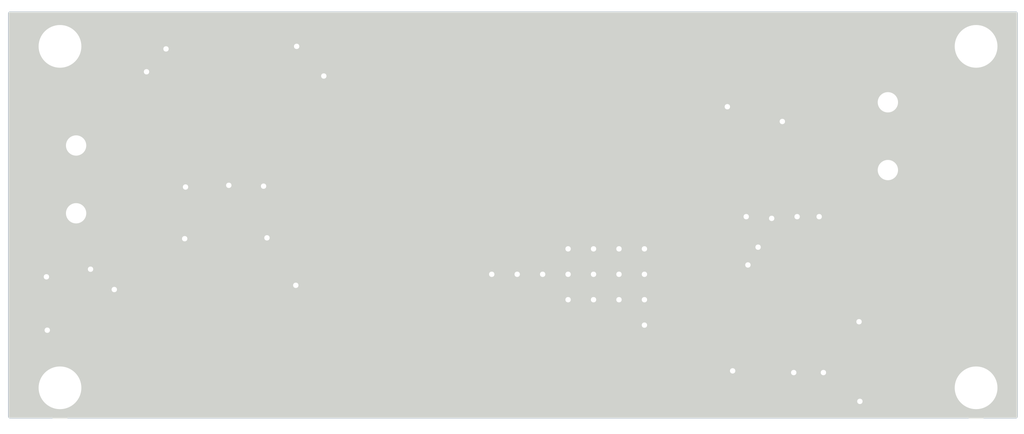
<source format=kicad_pcb>
(kicad_pcb (version 20171130) (host pcbnew "(5.1.8)-1")

  (general
    (thickness 1.6)
    (drawings 23)
    (tracks 251)
    (zones 0)
    (modules 34)
    (nets 15)
  )

  (page A4)
  (title_block
    (title "HV Power Supply MC34063")
    (date 2022-04-01)
    (rev 0)
    (company "Mathieu BAHIN")
    (comment 1 https://github.com/MathieuBahin/HVPowerSupply)
  )

  (layers
    (0 F.Cu signal)
    (31 B.Cu signal)
    (32 B.Adhes user)
    (33 F.Adhes user)
    (34 B.Paste user)
    (35 F.Paste user)
    (36 B.SilkS user)
    (37 F.SilkS user)
    (38 B.Mask user hide)
    (39 F.Mask user hide)
    (40 Dwgs.User user hide)
    (41 Cmts.User user hide)
    (42 Eco1.User user hide)
    (43 Eco2.User user hide)
    (44 Edge.Cuts user)
    (45 Margin user hide)
    (46 B.CrtYd user hide)
    (47 F.CrtYd user hide)
    (48 B.Fab user hide)
    (49 F.Fab user hide)
  )

  (setup
    (last_trace_width 0.25)
    (user_trace_width 1)
    (user_trace_width 3)
    (trace_clearance 0.2)
    (zone_clearance 0.508)
    (zone_45_only no)
    (trace_min 0.2)
    (via_size 0.8)
    (via_drill 0.4)
    (via_min_size 0.4)
    (via_min_drill 0.3)
    (uvia_size 0.3)
    (uvia_drill 0.1)
    (uvias_allowed no)
    (uvia_min_size 0.2)
    (uvia_min_drill 0.1)
    (edge_width 0.05)
    (segment_width 0.2)
    (pcb_text_width 0.3)
    (pcb_text_size 1.5 1.5)
    (mod_edge_width 0.12)
    (mod_text_size 1 1)
    (mod_text_width 0.15)
    (pad_size 3.2 3.2)
    (pad_drill 3.2)
    (pad_to_mask_clearance 0)
    (aux_axis_origin 0 0)
    (visible_elements 7FFFF7FF)
    (pcbplotparams
      (layerselection 0x010fc_ffffffff)
      (usegerberextensions false)
      (usegerberattributes true)
      (usegerberadvancedattributes true)
      (creategerberjobfile true)
      (excludeedgelayer true)
      (linewidth 0.100000)
      (plotframeref false)
      (viasonmask false)
      (mode 1)
      (useauxorigin false)
      (hpglpennumber 1)
      (hpglpenspeed 20)
      (hpglpendiameter 15.000000)
      (psnegative false)
      (psa4output false)
      (plotreference true)
      (plotvalue true)
      (plotinvisibletext false)
      (padsonsilk false)
      (subtractmaskfromsilk false)
      (outputformat 1)
      (mirror false)
      (drillshape 0)
      (scaleselection 1)
      (outputdirectory "HVPowerSupply/"))
  )

  (net 0 "")
  (net 1 GND)
  (net 2 "Net-(C1-Pad1)")
  (net 3 +12V)
  (net 4 CII)
  (net 5 SWE)
  (net 6 "Net-(D1-Pad1)")
  (net 7 "Net-(D2-Pad2)")
  (net 8 "Net-(R2-Pad2)")
  (net 9 "Net-(R5-Pad2)")
  (net 10 "Net-(C10-Pad1)")
  (net 11 IPX)
  (net 12 "Net-(L1-Pad1)")
  (net 13 "Net-(C8-Pad2)")
  (net 14 "Net-(F1-Pad2)")

  (net_class Default "This is the default net class."
    (clearance 0.2)
    (trace_width 0.25)
    (via_dia 0.8)
    (via_drill 0.4)
    (uvia_dia 0.3)
    (uvia_drill 0.1)
    (add_net +12V)
    (add_net CII)
    (add_net GND)
    (add_net IPX)
    (add_net "Net-(C1-Pad1)")
    (add_net "Net-(C10-Pad1)")
    (add_net "Net-(C8-Pad2)")
    (add_net "Net-(D1-Pad1)")
    (add_net "Net-(D2-Pad2)")
    (add_net "Net-(F1-Pad2)")
    (add_net "Net-(L1-Pad1)")
    (add_net "Net-(R2-Pad2)")
    (add_net "Net-(R5-Pad2)")
    (add_net SWE)
  )

  (module MountingHole:MountingHole_3.2mm_M3 (layer F.Cu) (tedit 62263EB3) (tstamp 6226F4E0)
    (at 180.6575 120.65)
    (descr "Mounting Hole 3.2mm, no annular, M3")
    (tags "mounting hole 3.2mm no annular m3")
    (path /622A816D)
    (attr virtual)
    (fp_text reference H4 (at 0 0) (layer F.SilkS) hide
      (effects (font (size 1 1) (thickness 0.15)))
    )
    (fp_text value M3 (at 0 4.2) (layer F.Fab)
      (effects (font (size 1 1) (thickness 0.15)))
    )
    (fp_circle (center 0 0) (end 3.45 0) (layer F.CrtYd) (width 0.05))
    (fp_circle (center 0 0) (end 3.2 0) (layer Cmts.User) (width 0.15))
    (fp_text user %R (at 0.3 0) (layer F.Fab)
      (effects (font (size 1 1) (thickness 0.15)))
    )
    (pad "" np_thru_hole circle (at -0.127 0.762) (size 3.2 3.2) (drill 3.2) (layers *.Cu *.Mask))
  )

  (module MountingHole:MountingHole_3.2mm_M3 (layer F.Cu) (tedit 62263E86) (tstamp 6226F4D8)
    (at 110.9345 121.412)
    (descr "Mounting Hole 3.2mm, no annular, M3")
    (tags "mounting hole 3.2mm no annular m3")
    (path /622A8FA0)
    (attr virtual)
    (fp_text reference H3 (at 0 0.1905) (layer F.SilkS) hide
      (effects (font (size 1 1) (thickness 0.15)))
    )
    (fp_text value M3 (at 0 4.2) (layer F.Fab)
      (effects (font (size 1 1) (thickness 0.15)))
    )
    (fp_circle (center 0 0) (end 3.45 0) (layer F.CrtYd) (width 0.05))
    (fp_circle (center 0 0) (end 3.2 0) (layer Cmts.User) (width 0.15))
    (fp_text user %R (at 0.3 0) (layer F.Fab)
      (effects (font (size 1 1) (thickness 0.15)))
    )
    (pad "" np_thru_hole circle (at 1.016 0) (size 3.2 3.2) (drill 3.2) (layers *.Cu *.Mask))
  )

  (module MountingHole:MountingHole_3.2mm_M3 (layer F.Cu) (tedit 62263EA8) (tstamp 6226F4D0)
    (at 180.5305 96.139)
    (descr "Mounting Hole 3.2mm, no annular, M3")
    (tags "mounting hole 3.2mm no annular m3")
    (path /622ABC78)
    (attr virtual)
    (fp_text reference H2 (at 0.0635 0.0635) (layer F.SilkS) hide
      (effects (font (size 1 1) (thickness 0.15)))
    )
    (fp_text value M3 (at 0 4.2) (layer F.Fab)
      (effects (font (size 1 1) (thickness 0.15)))
    )
    (fp_circle (center 0 0) (end 3.45 0) (layer F.CrtYd) (width 0.05))
    (fp_circle (center 0 0) (end 3.2 0) (layer Cmts.User) (width 0.15))
    (fp_text user %R (at 0.3 0) (layer F.Fab)
      (effects (font (size 1 1) (thickness 0.15)))
    )
    (pad "" np_thru_hole circle (at 0 -0.3175) (size 3.2 3.2) (drill 3.2) (layers *.Cu *.Mask))
  )

  (module MountingHole:MountingHole_3.2mm_M3 (layer F.Cu) (tedit 56D1B4CB) (tstamp 6226F4C8)
    (at 111.9505 95.8215)
    (descr "Mounting Hole 3.2mm, no annular, M3")
    (tags "mounting hole 3.2mm no annular m3")
    (path /622AA6EF)
    (attr virtual)
    (fp_text reference H1 (at 0.0635 0.0635) (layer F.SilkS) hide
      (effects (font (size 1 1) (thickness 0.15)))
    )
    (fp_text value M3 (at 0 4.2) (layer F.Fab)
      (effects (font (size 1 1) (thickness 0.15)))
    )
    (fp_circle (center 0 0) (end 3.45 0) (layer F.CrtYd) (width 0.05))
    (fp_circle (center 0 0) (end 3.2 0) (layer Cmts.User) (width 0.15))
    (fp_text user %R (at 0.3 0) (layer F.Fab)
      (effects (font (size 1 1) (thickness 0.15)))
    )
    (pad 1 np_thru_hole circle (at 0 0) (size 3.2 3.2) (drill 3.2) (layers *.Cu *.Mask))
  )

  (module perso:SRR1280-100M (layer F.Cu) (tedit 62263B84) (tstamp 621D5558)
    (at 149.987 102.108 180)
    (path /621D9FD8)
    (fp_text reference L1 (at 7.5565 6.223) (layer F.SilkS)
      (effects (font (size 1 1) (thickness 0.15)))
    )
    (fp_text value "100uH 2.1A" (at 0 0) (layer F.SilkS) hide
      (effects (font (size 1 1) (thickness 0.15)))
    )
    (fp_line (start -6.6548 2.9591) (end -6.6548 -2.9591) (layer F.CrtYd) (width 0.05))
    (fp_line (start -6.6548 -2.9591) (end -6.6548 -2.9591) (layer F.CrtYd) (width 0.05))
    (fp_line (start 6.6548 -2.9591) (end 6.6548 -2.9591) (layer F.CrtYd) (width 0.05))
    (fp_line (start 6.6548 -2.9591) (end 6.6548 2.9591) (layer F.CrtYd) (width 0.05))
    (fp_line (start 6.6548 2.9591) (end 6.6548 2.9591) (layer F.CrtYd) (width 0.05))
    (fp_line (start -6.6548 2.9591) (end -6.6548 2.9591) (layer F.CrtYd) (width 0.05))
    (fp_line (start -6.6548 6.6548) (end -6.6548 2.9591) (layer F.CrtYd) (width 0.05))
    (fp_line (start -6.6548 -2.9591) (end -6.6548 -6.6548) (layer F.CrtYd) (width 0.05))
    (fp_line (start -6.6548 -6.6548) (end 6.6548 -6.6548) (layer F.CrtYd) (width 0.05))
    (fp_line (start 6.6548 -6.6548) (end 6.6548 -2.9591) (layer F.CrtYd) (width 0.05))
    (fp_line (start 6.6548 2.9591) (end 6.6548 6.6548) (layer F.CrtYd) (width 0.05))
    (fp_line (start 6.6548 6.6548) (end -6.6548 6.6548) (layer F.CrtYd) (width 0.05))
    (fp_line (start 6.6548 -6.4008) (end -6.8961 -6.4008) (layer Cmts.User) (width 0.1))
    (fp_line (start 6.6548 6.4008) (end -6.8961 6.4008) (layer Cmts.User) (width 0.1))
    (fp_line (start -6.5151 -6.4008) (end -6.5151 6.4008) (layer Cmts.User) (width 0.1))
    (fp_line (start -6.5151 -6.4008) (end -6.6421 -6.1468) (layer Cmts.User) (width 0.1))
    (fp_line (start -6.5151 -6.4008) (end -6.3881 -6.1468) (layer Cmts.User) (width 0.1))
    (fp_line (start -6.6421 -6.1468) (end -6.3881 -6.1468) (layer Cmts.User) (width 0.1))
    (fp_line (start -6.5151 6.4008) (end -6.6421 6.1468) (layer Cmts.User) (width 0.1))
    (fp_line (start -6.5151 6.4008) (end -6.3881 6.1468) (layer Cmts.User) (width 0.1))
    (fp_line (start -6.6421 6.1468) (end -6.3881 6.1468) (layer Cmts.User) (width 0.1))
    (fp_line (start -6.5278 6.5278) (end 6.5278 6.5278) (layer F.SilkS) (width 0.12))
    (fp_line (start 6.5278 6.5278) (end 6.5278 2.946881) (layer F.SilkS) (width 0.12))
    (fp_line (start 6.5278 -6.5278) (end -6.5278 -6.5278) (layer F.SilkS) (width 0.12))
    (fp_line (start -6.5278 -6.5278) (end -6.5278 -2.946881) (layer F.SilkS) (width 0.12))
    (fp_line (start -6.4008 6.4008) (end 6.4008 6.4008) (layer F.Fab) (width 0.1))
    (fp_line (start 6.4008 6.4008) (end 6.4008 -6.4008) (layer F.Fab) (width 0.1))
    (fp_line (start 6.4008 -6.4008) (end -6.4008 -6.4008) (layer F.Fab) (width 0.1))
    (fp_line (start -6.4008 -6.4008) (end -6.4008 6.4008) (layer F.Fab) (width 0.1))
    (fp_line (start -6.5278 2.946881) (end -6.5278 6.5278) (layer F.SilkS) (width 0.12))
    (fp_line (start 6.5278 -2.946881) (end 6.5278 -6.5278) (layer F.SilkS) (width 0.12))
    (fp_line (start -6.6548 2.9591) (end -6.6548 -2.9591) (layer F.CrtYd) (width 0.05))
    (fp_line (start -6.6548 -2.9591) (end -6.6548 -2.9591) (layer F.CrtYd) (width 0.05))
    (fp_line (start -6.6548 -2.9591) (end -6.6548 -6.6548) (layer F.CrtYd) (width 0.05))
    (fp_line (start -6.6548 -6.6548) (end 6.6548 -6.6548) (layer F.CrtYd) (width 0.05))
    (fp_line (start 6.6548 -6.6548) (end 6.6548 -2.9591) (layer F.CrtYd) (width 0.05))
    (fp_line (start 6.6548 -2.9591) (end 6.6548 -2.9591) (layer F.CrtYd) (width 0.05))
    (fp_line (start 6.6548 -2.9591) (end 6.6548 2.9591) (layer F.CrtYd) (width 0.05))
    (fp_line (start 6.6548 2.9591) (end 6.6548 2.9591) (layer F.CrtYd) (width 0.05))
    (fp_line (start 6.6548 2.9591) (end 6.6548 6.6548) (layer F.CrtYd) (width 0.05))
    (fp_line (start 6.6548 6.6548) (end -6.6548 6.6548) (layer F.CrtYd) (width 0.05))
    (fp_line (start -6.6548 6.6548) (end -6.6548 2.9591) (layer F.CrtYd) (width 0.05))
    (fp_line (start -6.6548 2.9591) (end -6.6548 2.9591) (layer F.CrtYd) (width 0.05))
    (fp_circle (center -6.3246 0) (end -6.3246 0) (layer F.Fab) (width 0.1))
    (fp_text user * (at 0 0) (layer F.Fab)
      (effects (font (size 1 1) (thickness 0.15)))
    )
    (fp_text user * (at 0 0) (layer F.SilkS) hide
      (effects (font (size 1 1) (thickness 0.15)))
    )
    (pad 2 smd rect (at 4.8514 0 180) (size 2.8956 5.4102) (layers F.Cu F.Paste F.Mask)
      (net 7 "Net-(D2-Pad2)"))
    (pad 1 smd rect (at -4.8514 0 180) (size 2.8956 5.4102) (layers F.Cu F.Paste F.Mask)
      (net 12 "Net-(L1-Pad1)"))
    (model ${KISYS3DMOD}/Inductor_SMD.3dshapes/L_Pulse_PA4320.step
      (at (xyz 0 0 0))
      (scale (xyz 1 1 1))
      (rotate (xyz 0 0 90))
    )
  )

  (module perso:0451002_MRL (layer F.Cu) (tedit 62263B72) (tstamp 622385DC)
    (at 163.957 99.314 90)
    (path /6225F0FB)
    (fp_text reference F1 (at 2.9845 2.8575 180) (layer F.SilkS)
      (effects (font (size 1 1) (thickness 0.15)))
    )
    (fp_text value "2A 125V" (at 0 0 270) (layer Dwgs.User) hide
      (effects (font (size 1 1) (thickness 0.15)))
    )
    (fp_circle (center -2.794 0) (end -2.794 0) (layer F.Fab) (width 0.1))
    (fp_line (start 3.6576 1.6002) (end -3.6576 1.6002) (layer F.CrtYd) (width 0.05))
    (fp_line (start 3.6576 -1.6002) (end 3.6576 1.6002) (layer F.CrtYd) (width 0.05))
    (fp_line (start -3.6576 -1.6002) (end 3.6576 -1.6002) (layer F.CrtYd) (width 0.05))
    (fp_line (start -3.6576 1.6002) (end -3.6576 -1.6002) (layer F.CrtYd) (width 0.05))
    (fp_line (start -3.048 -1.3462) (end -3.048 1.3462) (layer F.Fab) (width 0.1))
    (fp_line (start 3.048 -1.3462) (end -3.048 -1.3462) (layer F.Fab) (width 0.1))
    (fp_line (start 3.048 1.3462) (end 3.048 -1.3462) (layer F.Fab) (width 0.1))
    (fp_line (start -3.048 1.3462) (end 3.048 1.3462) (layer F.Fab) (width 0.1))
    (fp_line (start 1.29265 -1.4732) (end -1.29265 -1.4732) (layer F.SilkS) (width 0.12))
    (fp_line (start -1.29265 1.4732) (end 1.29265 1.4732) (layer F.SilkS) (width 0.12))
    (fp_line (start 3.048 -1.3462) (end 1.6002 -1.3462) (layer F.Fab) (width 0.1))
    (fp_line (start 3.048 1.3462) (end 3.048 -1.3462) (layer F.Fab) (width 0.1))
    (fp_line (start 1.6002 1.3462) (end 3.048 1.3462) (layer F.Fab) (width 0.1))
    (fp_line (start 1.6002 -1.3462) (end 1.6002 1.3462) (layer F.Fab) (width 0.1))
    (fp_line (start -3.048 1.3462) (end -1.6002 1.3462) (layer F.Fab) (width 0.1))
    (fp_line (start -3.048 -1.3462) (end -3.048 1.3462) (layer F.Fab) (width 0.1))
    (fp_line (start -1.6002 -1.3462) (end -3.048 -1.3462) (layer F.Fab) (width 0.1))
    (fp_line (start -1.6002 1.3462) (end -1.6002 -1.3462) (layer F.Fab) (width 0.1))
    (fp_line (start 3.6576 1.6002) (end -3.6576 1.6002) (layer F.CrtYd) (width 0.05))
    (fp_line (start 3.6576 -1.6002) (end 3.6576 1.6002) (layer F.CrtYd) (width 0.05))
    (fp_line (start -3.6576 -1.6002) (end 3.6576 -1.6002) (layer F.CrtYd) (width 0.05))
    (fp_line (start -3.6576 1.6002) (end -3.6576 -1.6002) (layer F.CrtYd) (width 0.05))
    (pad 2 smd rect (at 2.5019 0 90) (size 1.8034 2.6924) (layers F.Cu F.Paste F.Mask)
      (net 14 "Net-(F1-Pad2)"))
    (pad 1 smd rect (at -2.5019 0 90) (size 1.8034 2.6924) (layers F.Cu F.Paste F.Mask)
      (net 3 +12V))
    (model "C:/Users/Mathieu/Documents/projet kicad/librairie/perso.pretty/0451002_MRL.step"
      (at (xyz 0 0 0))
      (scale (xyz 1 1 1))
      (rotate (xyz 0 0 0))
    )
  )

  (module perso:35TRV680M12_5X16 (layer F.Cu) (tedit 62263B49) (tstamp 621D54A0)
    (at 156.591 116.078 180)
    (path /6220248A)
    (fp_text reference C2 (at 8.001 -5.1435 180) (layer F.SilkS)
      (effects (font (size 1 1) (thickness 0.15)))
    )
    (fp_text value 680u (at 0 0 180) (layer F.SilkS) hide
      (effects (font (size 1 1) (thickness 0.15)))
    )
    (fp_circle (center -6.096 0) (end -6.096 0) (layer F.Fab) (width 0.1))
    (fp_line (start -6.858 1.0033) (end -7.9121 1.0033) (layer F.CrtYd) (width 0.05))
    (fp_line (start -6.858 6.858) (end -6.858 1.0033) (layer F.CrtYd) (width 0.05))
    (fp_line (start 6.858 6.858) (end -6.858 6.858) (layer F.CrtYd) (width 0.05))
    (fp_line (start 6.858 1.0033) (end 6.858 6.858) (layer F.CrtYd) (width 0.05))
    (fp_line (start 7.9121 1.0033) (end 6.858 1.0033) (layer F.CrtYd) (width 0.05))
    (fp_line (start 7.9121 -1.0033) (end 7.9121 1.0033) (layer F.CrtYd) (width 0.05))
    (fp_line (start 6.858 -1.0033) (end 7.9121 -1.0033) (layer F.CrtYd) (width 0.05))
    (fp_line (start 6.858 -6.858) (end 6.858 -1.0033) (layer F.CrtYd) (width 0.05))
    (fp_line (start -6.858 -6.858) (end 6.858 -6.858) (layer F.CrtYd) (width 0.05))
    (fp_line (start -6.858 -1.0033) (end -6.858 -6.858) (layer F.CrtYd) (width 0.05))
    (fp_line (start -7.9121 -1.0033) (end -6.858 -1.0033) (layer F.CrtYd) (width 0.05))
    (fp_line (start -7.9121 1.0033) (end -7.9121 -1.0033) (layer F.CrtYd) (width 0.05))
    (fp_line (start 6.731 -1.08204) (end 6.731 -6.731) (layer F.SilkS) (width 0.12))
    (fp_line (start -6.731 1.08204) (end -6.731 6.731) (layer F.SilkS) (width 0.12))
    (fp_line (start -6.604 -6.604) (end -6.604 6.604) (layer F.Fab) (width 0.1))
    (fp_line (start 6.604 -6.604) (end -6.604 -6.604) (layer F.Fab) (width 0.1))
    (fp_line (start 6.604 6.604) (end 6.604 -6.604) (layer F.Fab) (width 0.1))
    (fp_line (start -6.604 6.604) (end 6.604 6.604) (layer F.Fab) (width 0.1))
    (fp_line (start -6.731 -6.731) (end -6.731 -1.08204) (layer F.SilkS) (width 0.12))
    (fp_line (start 6.731 -6.731) (end -6.731 -6.731) (layer F.SilkS) (width 0.12))
    (fp_line (start 6.731 6.731) (end 6.731 1.08204) (layer F.SilkS) (width 0.12))
    (fp_line (start -6.731 6.731) (end 6.731 6.731) (layer F.SilkS) (width 0.12))
    (fp_line (start -6.604 3.302) (end -3.302 6.604) (layer F.Fab) (width 0.1))
    (fp_line (start -6.604 -3.302) (end -3.302 -6.604) (layer F.Fab) (width 0.1))
    (fp_line (start 6.858 6.858) (end -6.858 6.858) (layer F.CrtYd) (width 0.05))
    (fp_line (start 6.858 1.0033) (end 6.858 6.858) (layer F.CrtYd) (width 0.05))
    (fp_line (start 6.858 -6.858) (end 6.858 -1.0033) (layer F.CrtYd) (width 0.05))
    (fp_line (start -6.858 -6.858) (end 6.858 -6.858) (layer F.CrtYd) (width 0.05))
    (fp_line (start -6.858 -1.0033) (end -6.858 -6.858) (layer F.CrtYd) (width 0.05))
    (fp_line (start -6.858 6.858) (end -6.858 1.0033) (layer F.CrtYd) (width 0.05))
    (fp_line (start -6.858 1.0033) (end -7.9121 1.0033) (layer F.CrtYd) (width 0.05))
    (fp_line (start 7.9121 1.0033) (end 6.858 1.0033) (layer F.CrtYd) (width 0.05))
    (fp_line (start 7.9121 -1.0033) (end 7.9121 1.0033) (layer F.CrtYd) (width 0.05))
    (fp_line (start 6.858 -1.0033) (end 7.9121 -1.0033) (layer F.CrtYd) (width 0.05))
    (fp_line (start -7.9121 -1.0033) (end -6.858 -1.0033) (layer F.CrtYd) (width 0.05))
    (fp_line (start -7.9121 1.0033) (end -7.9121 -1.0033) (layer F.CrtYd) (width 0.05))
    (fp_text user * (at 0 0 180) (layer F.Fab)
      (effects (font (size 1 1) (thickness 0.15)))
    )
    (fp_text user * (at 0 0 180) (layer F.SilkS)
      (effects (font (size 1 1) (thickness 0.15)))
    )
    (fp_text user "Copyright 2021 Accelerated Designs. All rights reserved." (at 0 0 180) (layer Cmts.User)
      (effects (font (size 0.127 0.127) (thickness 0.002)))
    )
    (pad 2 smd rect (at 5.0038 0 180) (size 5.3086 1.4986) (layers F.Cu F.Paste F.Mask)
      (net 1 GND))
    (pad 1 smd rect (at -5.0038 0 180) (size 5.3086 1.4986) (layers F.Cu F.Paste F.Mask)
      (net 3 +12V))
    (model "C:/Users/Mathieu/Documents/projet kicad/librairie/perso.pretty/35TRV680M12_5X16.step"
      (at (xyz 0 0 0))
      (scale (xyz 1 1 1))
      (rotate (xyz 0 0 0))
    )
  )

  (module perso:MC34063ACD-TR (layer F.Cu) (tedit 62263B2F) (tstamp 621D5C8D)
    (at 175.26 112.776)
    (path /621D5379)
    (fp_text reference CR1 (at 0.889 3.556 180) (layer F.SilkS)
      (effects (font (size 1 1) (thickness 0.15)))
    )
    (fp_text value MC34063ACD-TR (at 0 -4.064) (layer Dwgs.User) hide
      (effects (font (size 1 1) (thickness 0.15)))
    )
    (fp_line (start -2.0066 -1.6637) (end -2.0066 -2.1463) (layer F.Fab) (width 0.1))
    (fp_line (start -2.0066 -2.1463) (end -3.0988 -2.1463) (layer F.Fab) (width 0.1))
    (fp_line (start -3.0988 -2.1463) (end -3.0988 -1.6637) (layer F.Fab) (width 0.1))
    (fp_line (start -3.0988 -1.6637) (end -2.0066 -1.6637) (layer F.Fab) (width 0.1))
    (fp_line (start -2.0066 -0.3937) (end -2.0066 -0.8763) (layer F.Fab) (width 0.1))
    (fp_line (start -2.0066 -0.8763) (end -3.0988 -0.8763) (layer F.Fab) (width 0.1))
    (fp_line (start -3.0988 -0.8763) (end -3.0988 -0.3937) (layer F.Fab) (width 0.1))
    (fp_line (start -3.0988 -0.3937) (end -2.0066 -0.3937) (layer F.Fab) (width 0.1))
    (fp_line (start -2.0066 0.8763) (end -2.0066 0.3937) (layer F.Fab) (width 0.1))
    (fp_line (start -2.0066 0.3937) (end -3.0988 0.3937) (layer F.Fab) (width 0.1))
    (fp_line (start -3.0988 0.3937) (end -3.0988 0.8763) (layer F.Fab) (width 0.1))
    (fp_line (start -3.0988 0.8763) (end -2.0066 0.8763) (layer F.Fab) (width 0.1))
    (fp_line (start -2.0066 2.1463) (end -2.0066 1.6637) (layer F.Fab) (width 0.1))
    (fp_line (start -2.0066 1.6637) (end -3.0988 1.6637) (layer F.Fab) (width 0.1))
    (fp_line (start -3.0988 1.6637) (end -3.0988 2.1463) (layer F.Fab) (width 0.1))
    (fp_line (start -3.0988 2.1463) (end -2.0066 2.1463) (layer F.Fab) (width 0.1))
    (fp_line (start 2.0066 1.6637) (end 2.0066 2.1463) (layer F.Fab) (width 0.1))
    (fp_line (start 2.0066 2.1463) (end 3.0988 2.1463) (layer F.Fab) (width 0.1))
    (fp_line (start 3.0988 2.1463) (end 3.0988 1.6637) (layer F.Fab) (width 0.1))
    (fp_line (start 3.0988 1.6637) (end 2.0066 1.6637) (layer F.Fab) (width 0.1))
    (fp_line (start 2.0066 0.3937) (end 2.0066 0.8763) (layer F.Fab) (width 0.1))
    (fp_line (start 2.0066 0.8763) (end 3.0988 0.8763) (layer F.Fab) (width 0.1))
    (fp_line (start 3.0988 0.8763) (end 3.0988 0.3937) (layer F.Fab) (width 0.1))
    (fp_line (start 3.0988 0.3937) (end 2.0066 0.3937) (layer F.Fab) (width 0.1))
    (fp_line (start 2.0066 -0.8763) (end 2.0066 -0.3937) (layer F.Fab) (width 0.1))
    (fp_line (start 2.0066 -0.3937) (end 3.0988 -0.3937) (layer F.Fab) (width 0.1))
    (fp_line (start 3.0988 -0.3937) (end 3.0988 -0.8763) (layer F.Fab) (width 0.1))
    (fp_line (start 3.0988 -0.8763) (end 2.0066 -0.8763) (layer F.Fab) (width 0.1))
    (fp_line (start 2.0066 -2.1463) (end 2.0066 -1.6637) (layer F.Fab) (width 0.1))
    (fp_line (start 2.0066 -1.6637) (end 3.0988 -1.6637) (layer F.Fab) (width 0.1))
    (fp_line (start 3.0988 -1.6637) (end 3.0988 -2.1463) (layer F.Fab) (width 0.1))
    (fp_line (start 3.0988 -2.1463) (end 2.0066 -2.1463) (layer F.Fab) (width 0.1))
    (fp_line (start -3.7084 2.4257) (end -3.7084 -2.4257) (layer F.CrtYd) (width 0.05))
    (fp_line (start -3.7084 -2.4257) (end -2.2606 -2.4257) (layer F.CrtYd) (width 0.05))
    (fp_line (start -2.2606 -2.4257) (end -2.2606 -2.7559) (layer F.CrtYd) (width 0.05))
    (fp_line (start -2.2606 -2.7559) (end 2.2606 -2.7559) (layer F.CrtYd) (width 0.05))
    (fp_line (start 2.2606 -2.7559) (end 2.2606 -2.4257) (layer F.CrtYd) (width 0.05))
    (fp_line (start 3.7084 -2.4257) (end 2.2606 -2.4257) (layer F.CrtYd) (width 0.05))
    (fp_line (start 3.7084 -2.4257) (end 3.7084 2.4257) (layer F.CrtYd) (width 0.05))
    (fp_line (start 3.7084 2.4257) (end 2.2606 2.4257) (layer F.CrtYd) (width 0.05))
    (fp_line (start 2.2606 2.4257) (end 2.2606 2.7559) (layer F.CrtYd) (width 0.05))
    (fp_line (start 2.2606 2.7559) (end -2.2606 2.7559) (layer F.CrtYd) (width 0.05))
    (fp_line (start -2.2606 2.7559) (end -2.2606 2.4257) (layer F.CrtYd) (width 0.05))
    (fp_line (start -3.7084 2.4257) (end -2.2606 2.4257) (layer F.CrtYd) (width 0.05))
    (fp_line (start -2.1336 2.6289) (end 2.1336 2.6289) (layer F.SilkS) (width 0.12))
    (fp_line (start 2.1336 -2.6289) (end -2.1336 -2.6289) (layer F.SilkS) (width 0.12))
    (fp_line (start -2.0066 2.5019) (end 2.0066 2.5019) (layer F.Fab) (width 0.1))
    (fp_line (start 2.0066 2.5019) (end 2.0066 -2.5019) (layer F.Fab) (width 0.1))
    (fp_line (start 2.0066 -2.5019) (end -2.0066 -2.5019) (layer F.Fab) (width 0.1))
    (fp_line (start -2.0066 -2.5019) (end -2.0066 2.5019) (layer F.Fab) (width 0.1))
    (fp_line (start -3.7084 2.4257) (end -3.7084 -2.4257) (layer F.CrtYd) (width 0.05))
    (fp_line (start -3.7084 -2.4257) (end -2.2606 -2.4257) (layer F.CrtYd) (width 0.05))
    (fp_line (start -2.2606 -2.4257) (end -2.2606 -2.7559) (layer F.CrtYd) (width 0.05))
    (fp_line (start -2.2606 -2.7559) (end 2.2606 -2.7559) (layer F.CrtYd) (width 0.05))
    (fp_line (start 2.2606 -2.7559) (end 2.2606 -2.4257) (layer F.CrtYd) (width 0.05))
    (fp_line (start 2.2606 -2.4257) (end 3.7084 -2.4257) (layer F.CrtYd) (width 0.05))
    (fp_line (start 3.7084 -2.4257) (end 3.7084 2.4257) (layer F.CrtYd) (width 0.05))
    (fp_line (start 3.7084 2.4257) (end 2.2606 2.4257) (layer F.CrtYd) (width 0.05))
    (fp_line (start 2.2606 2.4257) (end 2.2606 2.7559) (layer F.CrtYd) (width 0.05))
    (fp_line (start 2.2606 2.7559) (end -2.2606 2.7559) (layer F.CrtYd) (width 0.05))
    (fp_line (start -2.2606 2.7559) (end -2.2606 2.4257) (layer F.CrtYd) (width 0.05))
    (fp_line (start -2.2606 2.4257) (end -3.7084 2.4257) (layer F.CrtYd) (width 0.05))
    (fp_arc (start 0 -2.5019) (end -0.3048 -2.5019) (angle -180) (layer F.Fab) (width 0.1))
    (fp_text user * (at -1.6256 -2.4257) (layer F.Fab)
      (effects (font (size 1 1) (thickness 0.15)))
    )
    (fp_text user * (at -1.6256 -2.4257) (layer F.Fab)
      (effects (font (size 1 1) (thickness 0.15)))
    )
    (fp_text user * (at -4.445 -1.778) (layer F.SilkS)
      (effects (font (size 1 1) (thickness 0.15)))
    )
    (pad 8 smd rect (at 2.4638 -1.905) (size 1.9812 0.5334) (layers F.Cu F.Paste F.Mask)
      (net 3 +12V))
    (pad 7 smd rect (at 2.4638 -0.635) (size 1.9812 0.5334) (layers F.Cu F.Paste F.Mask)
      (net 11 IPX))
    (pad 6 smd rect (at 2.4638 0.635) (size 1.9812 0.5334) (layers F.Cu F.Paste F.Mask)
      (net 3 +12V))
    (pad 5 smd rect (at 2.4638 1.905) (size 1.9812 0.5334) (layers F.Cu F.Paste F.Mask)
      (net 4 CII))
    (pad 4 smd rect (at -2.4638 1.905) (size 1.9812 0.5334) (layers F.Cu F.Paste F.Mask)
      (net 1 GND))
    (pad 3 smd rect (at -2.4638 0.635) (size 1.9812 0.5334) (layers F.Cu F.Paste F.Mask)
      (net 2 "Net-(C1-Pad1)"))
    (pad 2 smd rect (at -2.4638 -0.635) (size 1.9812 0.5334) (layers F.Cu F.Paste F.Mask)
      (net 5 SWE))
    (pad 1 smd rect (at -2.4638 -1.905) (size 1.9812 0.5334) (layers F.Cu F.Paste F.Mask)
      (net 3 +12V))
    (model ${KISYS3DMOD}/Package_SO.3dshapes/SOIC-8-1EP_3.9x4.9mm_P1.27mm_EP2.35x2.35mm.step
      (at (xyz 0 0 0))
      (scale (xyz 1 1 1))
      (rotate (xyz 0 0 0))
    )
  )

  (module Resistor_SMD:R_0805_2012Metric (layer F.Cu) (tedit 5F68FEEE) (tstamp 62236A48)
    (at 159.639 98.298 270)
    (descr "Resistor SMD 0805 (2012 Metric), square (rectangular) end terminal, IPC_7351 nominal, (Body size source: IPC-SM-782 page 72, https://www.pcb-3d.com/wordpress/wp-content/uploads/ipc-sm-782a_amendment_1_and_2.pdf), generated with kicad-footprint-generator")
    (tags resistor)
    (path /622307F9)
    (attr smd)
    (fp_text reference R8 (at -2.794 0 180) (layer F.SilkS)
      (effects (font (size 1 1) (thickness 0.15)))
    )
    (fp_text value 1 (at 0 1.65 90) (layer F.Fab)
      (effects (font (size 1 1) (thickness 0.15)))
    )
    (fp_line (start 1.68 0.95) (end -1.68 0.95) (layer F.CrtYd) (width 0.05))
    (fp_line (start 1.68 -0.95) (end 1.68 0.95) (layer F.CrtYd) (width 0.05))
    (fp_line (start -1.68 -0.95) (end 1.68 -0.95) (layer F.CrtYd) (width 0.05))
    (fp_line (start -1.68 0.95) (end -1.68 -0.95) (layer F.CrtYd) (width 0.05))
    (fp_line (start -0.227064 0.735) (end 0.227064 0.735) (layer F.SilkS) (width 0.12))
    (fp_line (start -0.227064 -0.735) (end 0.227064 -0.735) (layer F.SilkS) (width 0.12))
    (fp_line (start 1 0.625) (end -1 0.625) (layer F.Fab) (width 0.1))
    (fp_line (start 1 -0.625) (end 1 0.625) (layer F.Fab) (width 0.1))
    (fp_line (start -1 -0.625) (end 1 -0.625) (layer F.Fab) (width 0.1))
    (fp_line (start -1 0.625) (end -1 -0.625) (layer F.Fab) (width 0.1))
    (fp_text user %R (at 0 0 90) (layer F.Fab)
      (effects (font (size 0.5 0.5) (thickness 0.08)))
    )
    (pad 2 smd roundrect (at 0.9125 0 270) (size 1.025 1.4) (layers F.Cu F.Paste F.Mask) (roundrect_rratio 0.2439014634146341)
      (net 12 "Net-(L1-Pad1)"))
    (pad 1 smd roundrect (at -0.9125 0 270) (size 1.025 1.4) (layers F.Cu F.Paste F.Mask) (roundrect_rratio 0.2439014634146341)
      (net 3 +12V))
    (model ${KISYS3DMOD}/Resistor_SMD.3dshapes/R_0805_2012Metric.wrl
      (at (xyz 0 0 0))
      (scale (xyz 1 1 1))
      (rotate (xyz 0 0 0))
    )
  )

  (module Resistor_SMD:R_2512_6332Metric (layer F.Cu) (tedit 5F68FEEE) (tstamp 62236A59)
    (at 159.639 104.902 270)
    (descr "Resistor SMD 2512 (6332 Metric), square (rectangular) end terminal, IPC_7351 nominal, (Body size source: IPC-SM-782 page 72, https://www.pcb-3d.com/wordpress/wp-content/uploads/ipc-sm-782a_amendment_1_and_2.pdf), generated with kicad-footprint-generator")
    (tags resistor)
    (path /62232885)
    (attr smd)
    (fp_text reference R9 (at -4.318 0.127) (layer F.SilkS)
      (effects (font (size 1 1) (thickness 0.15)))
    )
    (fp_text value 0,22 (at 0 2.62 90) (layer F.Fab)
      (effects (font (size 1 1) (thickness 0.15)))
    )
    (fp_line (start -3.15 1.6) (end -3.15 -1.6) (layer F.Fab) (width 0.1))
    (fp_line (start -3.15 -1.6) (end 3.15 -1.6) (layer F.Fab) (width 0.1))
    (fp_line (start 3.15 -1.6) (end 3.15 1.6) (layer F.Fab) (width 0.1))
    (fp_line (start 3.15 1.6) (end -3.15 1.6) (layer F.Fab) (width 0.1))
    (fp_line (start -2.177064 -1.71) (end 2.177064 -1.71) (layer F.SilkS) (width 0.12))
    (fp_line (start -2.177064 1.71) (end 2.177064 1.71) (layer F.SilkS) (width 0.12))
    (fp_line (start -3.82 1.92) (end -3.82 -1.92) (layer F.CrtYd) (width 0.05))
    (fp_line (start -3.82 -1.92) (end 3.82 -1.92) (layer F.CrtYd) (width 0.05))
    (fp_line (start 3.82 -1.92) (end 3.82 1.92) (layer F.CrtYd) (width 0.05))
    (fp_line (start 3.82 1.92) (end -3.82 1.92) (layer F.CrtYd) (width 0.05))
    (fp_text user %R (at 0 0 90) (layer F.Fab)
      (effects (font (size 1 1) (thickness 0.15)))
    )
    (pad 1 smd roundrect (at -2.9625 0 270) (size 1.225 3.35) (layers F.Cu F.Paste F.Mask) (roundrect_rratio 0.2040816326530612)
      (net 12 "Net-(L1-Pad1)"))
    (pad 2 smd roundrect (at 2.9625 0 270) (size 1.225 3.35) (layers F.Cu F.Paste F.Mask) (roundrect_rratio 0.2040816326530612)
      (net 3 +12V))
    (model ${KISYS3DMOD}/Resistor_SMD.3dshapes/R_2512_6332Metric.wrl
      (at (xyz 0 0 0))
      (scale (xyz 1 1 1))
      (rotate (xyz 0 0 0))
    )
  )

  (module Resistor_SMD:R_0805_2012Metric (layer F.Cu) (tedit 5F68FEEE) (tstamp 62235E3E)
    (at 181.483 109.22 270)
    (descr "Resistor SMD 0805 (2012 Metric), square (rectangular) end terminal, IPC_7351 nominal, (Body size source: IPC-SM-782 page 72, https://www.pcb-3d.com/wordpress/wp-content/uploads/ipc-sm-782a_amendment_1_and_2.pdf), generated with kicad-footprint-generator")
    (tags resistor)
    (path /6223550E)
    (attr smd)
    (fp_text reference R10 (at -2.667 0.5715 180) (layer F.SilkS)
      (effects (font (size 1 1) (thickness 0.15)))
    )
    (fp_text value 100 (at 0 1.65 90) (layer F.Fab)
      (effects (font (size 1 1) (thickness 0.15)))
    )
    (fp_line (start 1.68 0.95) (end -1.68 0.95) (layer F.CrtYd) (width 0.05))
    (fp_line (start 1.68 -0.95) (end 1.68 0.95) (layer F.CrtYd) (width 0.05))
    (fp_line (start -1.68 -0.95) (end 1.68 -0.95) (layer F.CrtYd) (width 0.05))
    (fp_line (start -1.68 0.95) (end -1.68 -0.95) (layer F.CrtYd) (width 0.05))
    (fp_line (start -0.227064 0.735) (end 0.227064 0.735) (layer F.SilkS) (width 0.12))
    (fp_line (start -0.227064 -0.735) (end 0.227064 -0.735) (layer F.SilkS) (width 0.12))
    (fp_line (start 1 0.625) (end -1 0.625) (layer F.Fab) (width 0.1))
    (fp_line (start 1 -0.625) (end 1 0.625) (layer F.Fab) (width 0.1))
    (fp_line (start -1 -0.625) (end 1 -0.625) (layer F.Fab) (width 0.1))
    (fp_line (start -1 0.625) (end -1 -0.625) (layer F.Fab) (width 0.1))
    (fp_text user %R (at 0 0 90) (layer F.Fab)
      (effects (font (size 0.5 0.5) (thickness 0.08)))
    )
    (pad 2 smd roundrect (at 0.9125 0 270) (size 1.025 1.4) (layers F.Cu F.Paste F.Mask) (roundrect_rratio 0.2439014634146341)
      (net 11 IPX))
    (pad 1 smd roundrect (at -0.9125 0 270) (size 1.025 1.4) (layers F.Cu F.Paste F.Mask) (roundrect_rratio 0.2439014634146341)
      (net 12 "Net-(L1-Pad1)"))
    (model ${KISYS3DMOD}/Resistor_SMD.3dshapes/R_0805_2012Metric.wrl
      (at (xyz 0 0 0))
      (scale (xyz 1 1 1))
      (rotate (xyz 0 0 0))
    )
  )

  (module Resistor_SMD:R_0805_2012Metric (layer F.Cu) (tedit 5F68FEEE) (tstamp 62235E2D)
    (at 173.0375 120.904 270)
    (descr "Resistor SMD 0805 (2012 Metric), square (rectangular) end terminal, IPC_7351 nominal, (Body size source: IPC-SM-782 page 72, https://www.pcb-3d.com/wordpress/wp-content/uploads/ipc-sm-782a_amendment_1_and_2.pdf), generated with kicad-footprint-generator")
    (tags resistor)
    (path /6229968A)
    (attr smd)
    (fp_text reference R7 (at 0.508 1.9685 180) (layer F.SilkS)
      (effects (font (size 1 1) (thickness 0.15)))
    )
    (fp_text value 10k (at 0 1.65 90) (layer F.Fab)
      (effects (font (size 1 1) (thickness 0.15)))
    )
    (fp_line (start 1.68 0.95) (end -1.68 0.95) (layer F.CrtYd) (width 0.05))
    (fp_line (start 1.68 -0.95) (end 1.68 0.95) (layer F.CrtYd) (width 0.05))
    (fp_line (start -1.68 -0.95) (end 1.68 -0.95) (layer F.CrtYd) (width 0.05))
    (fp_line (start -1.68 0.95) (end -1.68 -0.95) (layer F.CrtYd) (width 0.05))
    (fp_line (start -0.227064 0.735) (end 0.227064 0.735) (layer F.SilkS) (width 0.12))
    (fp_line (start -0.227064 -0.735) (end 0.227064 -0.735) (layer F.SilkS) (width 0.12))
    (fp_line (start 1 0.625) (end -1 0.625) (layer F.Fab) (width 0.1))
    (fp_line (start 1 -0.625) (end 1 0.625) (layer F.Fab) (width 0.1))
    (fp_line (start -1 -0.625) (end 1 -0.625) (layer F.Fab) (width 0.1))
    (fp_line (start -1 0.625) (end -1 -0.625) (layer F.Fab) (width 0.1))
    (fp_text user %R (at 0 0 90) (layer F.Fab)
      (effects (font (size 0.5 0.5) (thickness 0.08)))
    )
    (pad 2 smd roundrect (at 0.9125 0 270) (size 1.025 1.4) (layers F.Cu F.Paste F.Mask) (roundrect_rratio 0.2439014634146341)
      (net 1 GND))
    (pad 1 smd roundrect (at -0.9125 0 270) (size 1.025 1.4) (layers F.Cu F.Paste F.Mask) (roundrect_rratio 0.2439014634146341)
      (net 13 "Net-(C8-Pad2)"))
    (model ${KISYS3DMOD}/Resistor_SMD.3dshapes/R_0805_2012Metric.wrl
      (at (xyz 0 0 0))
      (scale (xyz 1 1 1))
      (rotate (xyz 0 0 0))
    )
  )

  (module Diode_SMD:D_SOD-323F (layer F.Cu) (tedit 590A48EB) (tstamp 62235BF8)
    (at 174.117 117.983 180)
    (descr "SOD-323F http://www.nxp.com/documents/outline_drawing/SOD323F.pdf")
    (tags SOD-323F)
    (path /62293DF8)
    (attr smd)
    (fp_text reference D3 (at -3.175 0) (layer F.SilkS)
      (effects (font (size 1 1) (thickness 0.15)))
    )
    (fp_text value 1N914 (at 0.1 1.9) (layer F.Fab)
      (effects (font (size 1 1) (thickness 0.15)))
    )
    (fp_line (start -1.5 -0.85) (end 1.05 -0.85) (layer F.SilkS) (width 0.12))
    (fp_line (start -1.5 0.85) (end 1.05 0.85) (layer F.SilkS) (width 0.12))
    (fp_line (start -1.6 -0.95) (end -1.6 0.95) (layer F.CrtYd) (width 0.05))
    (fp_line (start -1.6 0.95) (end 1.6 0.95) (layer F.CrtYd) (width 0.05))
    (fp_line (start 1.6 -0.95) (end 1.6 0.95) (layer F.CrtYd) (width 0.05))
    (fp_line (start -1.6 -0.95) (end 1.6 -0.95) (layer F.CrtYd) (width 0.05))
    (fp_line (start -0.9 -0.7) (end 0.9 -0.7) (layer F.Fab) (width 0.1))
    (fp_line (start 0.9 -0.7) (end 0.9 0.7) (layer F.Fab) (width 0.1))
    (fp_line (start 0.9 0.7) (end -0.9 0.7) (layer F.Fab) (width 0.1))
    (fp_line (start -0.9 0.7) (end -0.9 -0.7) (layer F.Fab) (width 0.1))
    (fp_line (start -0.3 -0.35) (end -0.3 0.35) (layer F.Fab) (width 0.1))
    (fp_line (start -0.3 0) (end -0.5 0) (layer F.Fab) (width 0.1))
    (fp_line (start -0.3 0) (end 0.2 -0.35) (layer F.Fab) (width 0.1))
    (fp_line (start 0.2 -0.35) (end 0.2 0.35) (layer F.Fab) (width 0.1))
    (fp_line (start 0.2 0.35) (end -0.3 0) (layer F.Fab) (width 0.1))
    (fp_line (start 0.2 0) (end 0.45 0) (layer F.Fab) (width 0.1))
    (fp_line (start -1.5 -0.85) (end -1.5 0.85) (layer F.SilkS) (width 0.12))
    (fp_text user %R (at 0 -1.85) (layer F.Fab)
      (effects (font (size 1 1) (thickness 0.15)))
    )
    (pad 2 smd rect (at 1.1 0 180) (size 0.5 0.5) (layers F.Cu F.Paste F.Mask)
      (net 13 "Net-(C8-Pad2)"))
    (pad 1 smd rect (at -1.1 0 180) (size 0.5 0.5) (layers F.Cu F.Paste F.Mask)
      (net 4 CII))
    (model ${KISYS3DMOD}/Diode_SMD.3dshapes/D_SOD-323F.wrl
      (at (xyz 0 0 0))
      (scale (xyz 1 1 1))
      (rotate (xyz 0 0 0))
    )
  )

  (module Capacitor_SMD:C_0805_2012Metric (layer F.Cu) (tedit 5F68FEEE) (tstamp 62235A82)
    (at 128.7145 98.044)
    (descr "Capacitor SMD 0805 (2012 Metric), square (rectangular) end terminal, IPC_7351 nominal, (Body size source: IPC-SM-782 page 76, https://www.pcb-3d.com/wordpress/wp-content/uploads/ipc-sm-782a_amendment_1_and_2.pdf, https://docs.google.com/spreadsheets/d/1BsfQQcO9C6DZCsRaXUlFlo91Tg2WpOkGARC1WS5S8t0/edit?usp=sharing), generated with kicad-footprint-generator")
    (tags capacitor)
    (path /6222C754)
    (attr smd)
    (fp_text reference C10 (at -3.1115 -1.651) (layer F.SilkS)
      (effects (font (size 1 1) (thickness 0.15)))
    )
    (fp_text value 100n (at 0 1.68) (layer F.Fab)
      (effects (font (size 1 1) (thickness 0.15)))
    )
    (fp_line (start 1.7 0.98) (end -1.7 0.98) (layer F.CrtYd) (width 0.05))
    (fp_line (start 1.7 -0.98) (end 1.7 0.98) (layer F.CrtYd) (width 0.05))
    (fp_line (start -1.7 -0.98) (end 1.7 -0.98) (layer F.CrtYd) (width 0.05))
    (fp_line (start -1.7 0.98) (end -1.7 -0.98) (layer F.CrtYd) (width 0.05))
    (fp_line (start -0.261252 0.735) (end 0.261252 0.735) (layer F.SilkS) (width 0.12))
    (fp_line (start -0.261252 -0.735) (end 0.261252 -0.735) (layer F.SilkS) (width 0.12))
    (fp_line (start 1 0.625) (end -1 0.625) (layer F.Fab) (width 0.1))
    (fp_line (start 1 -0.625) (end 1 0.625) (layer F.Fab) (width 0.1))
    (fp_line (start -1 -0.625) (end 1 -0.625) (layer F.Fab) (width 0.1))
    (fp_line (start -1 0.625) (end -1 -0.625) (layer F.Fab) (width 0.1))
    (fp_text user %R (at 0 0) (layer F.Fab)
      (effects (font (size 0.5 0.5) (thickness 0.08)))
    )
    (pad 2 smd roundrect (at 0.95 0) (size 1 1.45) (layers F.Cu F.Paste F.Mask) (roundrect_rratio 0.25)
      (net 1 GND))
    (pad 1 smd roundrect (at -0.95 0) (size 1 1.45) (layers F.Cu F.Paste F.Mask) (roundrect_rratio 0.25)
      (net 10 "Net-(C10-Pad1)"))
    (model ${KISYS3DMOD}/Capacitor_SMD.3dshapes/C_0805_2012Metric.wrl
      (at (xyz 0 0 0))
      (scale (xyz 1 1 1))
      (rotate (xyz 0 0 0))
    )
  )

  (module Capacitor_SMD:C_0805_2012Metric (layer F.Cu) (tedit 5F68FEEE) (tstamp 62235A71)
    (at 120.8405 97.7265 180)
    (descr "Capacitor SMD 0805 (2012 Metric), square (rectangular) end terminal, IPC_7351 nominal, (Body size source: IPC-SM-782 page 76, https://www.pcb-3d.com/wordpress/wp-content/uploads/ipc-sm-782a_amendment_1_and_2.pdf, https://docs.google.com/spreadsheets/d/1BsfQQcO9C6DZCsRaXUlFlo91Tg2WpOkGARC1WS5S8t0/edit?usp=sharing), generated with kicad-footprint-generator")
    (tags capacitor)
    (path /622298C2)
    (attr smd)
    (fp_text reference C9 (at 2.9845 1.4605) (layer F.SilkS)
      (effects (font (size 1 1) (thickness 0.15)))
    )
    (fp_text value 100n (at 0 1.68) (layer F.Fab)
      (effects (font (size 1 1) (thickness 0.15)))
    )
    (fp_line (start 1.7 0.98) (end -1.7 0.98) (layer F.CrtYd) (width 0.05))
    (fp_line (start 1.7 -0.98) (end 1.7 0.98) (layer F.CrtYd) (width 0.05))
    (fp_line (start -1.7 -0.98) (end 1.7 -0.98) (layer F.CrtYd) (width 0.05))
    (fp_line (start -1.7 0.98) (end -1.7 -0.98) (layer F.CrtYd) (width 0.05))
    (fp_line (start -0.261252 0.735) (end 0.261252 0.735) (layer F.SilkS) (width 0.12))
    (fp_line (start -0.261252 -0.735) (end 0.261252 -0.735) (layer F.SilkS) (width 0.12))
    (fp_line (start 1 0.625) (end -1 0.625) (layer F.Fab) (width 0.1))
    (fp_line (start 1 -0.625) (end 1 0.625) (layer F.Fab) (width 0.1))
    (fp_line (start -1 -0.625) (end 1 -0.625) (layer F.Fab) (width 0.1))
    (fp_line (start -1 0.625) (end -1 -0.625) (layer F.Fab) (width 0.1))
    (fp_text user %R (at 0 0) (layer F.Fab)
      (effects (font (size 0.5 0.5) (thickness 0.08)))
    )
    (pad 2 smd roundrect (at 0.95 0 180) (size 1 1.45) (layers F.Cu F.Paste F.Mask) (roundrect_rratio 0.25)
      (net 1 GND))
    (pad 1 smd roundrect (at -0.95 0 180) (size 1 1.45) (layers F.Cu F.Paste F.Mask) (roundrect_rratio 0.25)
      (net 10 "Net-(C10-Pad1)"))
    (model ${KISYS3DMOD}/Capacitor_SMD.3dshapes/C_0805_2012Metric.wrl
      (at (xyz 0 0 0))
      (scale (xyz 1 1 1))
      (rotate (xyz 0 0 0))
    )
  )

  (module Capacitor_SMD:C_0805_2012Metric (layer F.Cu) (tedit 5F68FEEE) (tstamp 62235A60)
    (at 175.0695 120.904 90)
    (descr "Capacitor SMD 0805 (2012 Metric), square (rectangular) end terminal, IPC_7351 nominal, (Body size source: IPC-SM-782 page 76, https://www.pcb-3d.com/wordpress/wp-content/uploads/ipc-sm-782a_amendment_1_and_2.pdf, https://docs.google.com/spreadsheets/d/1BsfQQcO9C6DZCsRaXUlFlo91Tg2WpOkGARC1WS5S8t0/edit?usp=sharing), generated with kicad-footprint-generator")
    (tags capacitor)
    (path /622952F3)
    (attr smd)
    (fp_text reference C8 (at -0.508 2.0955 180) (layer F.SilkS)
      (effects (font (size 1 1) (thickness 0.15)))
    )
    (fp_text value 10n (at 0 1.68 90) (layer F.Fab)
      (effects (font (size 1 1) (thickness 0.15)))
    )
    (fp_line (start 1.7 0.98) (end -1.7 0.98) (layer F.CrtYd) (width 0.05))
    (fp_line (start 1.7 -0.98) (end 1.7 0.98) (layer F.CrtYd) (width 0.05))
    (fp_line (start -1.7 -0.98) (end 1.7 -0.98) (layer F.CrtYd) (width 0.05))
    (fp_line (start -1.7 0.98) (end -1.7 -0.98) (layer F.CrtYd) (width 0.05))
    (fp_line (start -0.261252 0.735) (end 0.261252 0.735) (layer F.SilkS) (width 0.12))
    (fp_line (start -0.261252 -0.735) (end 0.261252 -0.735) (layer F.SilkS) (width 0.12))
    (fp_line (start 1 0.625) (end -1 0.625) (layer F.Fab) (width 0.1))
    (fp_line (start 1 -0.625) (end 1 0.625) (layer F.Fab) (width 0.1))
    (fp_line (start -1 -0.625) (end 1 -0.625) (layer F.Fab) (width 0.1))
    (fp_line (start -1 0.625) (end -1 -0.625) (layer F.Fab) (width 0.1))
    (fp_text user %R (at 0 0 90) (layer F.Fab)
      (effects (font (size 0.5 0.5) (thickness 0.08)))
    )
    (pad 2 smd roundrect (at 0.95 0 90) (size 1 1.45) (layers F.Cu F.Paste F.Mask) (roundrect_rratio 0.25)
      (net 13 "Net-(C8-Pad2)"))
    (pad 1 smd roundrect (at -0.95 0 90) (size 1 1.45) (layers F.Cu F.Paste F.Mask) (roundrect_rratio 0.25)
      (net 3 +12V))
    (model ${KISYS3DMOD}/Capacitor_SMD.3dshapes/C_0805_2012Metric.wrl
      (at (xyz 0 0 0))
      (scale (xyz 1 1 1))
      (rotate (xyz 0 0 0))
    )
  )

  (module Capacitor_SMD:C_0805_2012Metric (layer F.Cu) (tedit 5F68FEEE) (tstamp 62235A4F)
    (at 181.356 112.776 90)
    (descr "Capacitor SMD 0805 (2012 Metric), square (rectangular) end terminal, IPC_7351 nominal, (Body size source: IPC-SM-782 page 76, https://www.pcb-3d.com/wordpress/wp-content/uploads/ipc-sm-782a_amendment_1_and_2.pdf, https://docs.google.com/spreadsheets/d/1BsfQQcO9C6DZCsRaXUlFlo91Tg2WpOkGARC1WS5S8t0/edit?usp=sharing), generated with kicad-footprint-generator")
    (tags capacitor)
    (path /62233BC2)
    (attr smd)
    (fp_text reference C7 (at -2.667 -0.127 180) (layer F.SilkS)
      (effects (font (size 1 1) (thickness 0.15)))
    )
    (fp_text value 330p (at -3.302 0.381 90) (layer F.Fab)
      (effects (font (size 1 1) (thickness 0.15)))
    )
    (fp_line (start 1.7 0.98) (end -1.7 0.98) (layer F.CrtYd) (width 0.05))
    (fp_line (start 1.7 -0.98) (end 1.7 0.98) (layer F.CrtYd) (width 0.05))
    (fp_line (start -1.7 -0.98) (end 1.7 -0.98) (layer F.CrtYd) (width 0.05))
    (fp_line (start -1.7 0.98) (end -1.7 -0.98) (layer F.CrtYd) (width 0.05))
    (fp_line (start -0.261252 0.735) (end 0.261252 0.735) (layer F.SilkS) (width 0.12))
    (fp_line (start -0.261252 -0.735) (end 0.261252 -0.735) (layer F.SilkS) (width 0.12))
    (fp_line (start 1 0.625) (end -1 0.625) (layer F.Fab) (width 0.1))
    (fp_line (start 1 -0.625) (end 1 0.625) (layer F.Fab) (width 0.1))
    (fp_line (start -1 -0.625) (end 1 -0.625) (layer F.Fab) (width 0.1))
    (fp_line (start -1 0.625) (end -1 -0.625) (layer F.Fab) (width 0.1))
    (fp_text user %R (at 0 0 90) (layer F.Fab)
      (effects (font (size 0.5 0.5) (thickness 0.08)))
    )
    (pad 2 smd roundrect (at 0.95 0 90) (size 1 1.45) (layers F.Cu F.Paste F.Mask) (roundrect_rratio 0.25)
      (net 11 IPX))
    (pad 1 smd roundrect (at -0.95 0 90) (size 1 1.45) (layers F.Cu F.Paste F.Mask) (roundrect_rratio 0.25)
      (net 3 +12V))
    (model ${KISYS3DMOD}/Capacitor_SMD.3dshapes/C_0805_2012Metric.wrl
      (at (xyz 0 0 0))
      (scale (xyz 1 1 1))
      (rotate (xyz 0 0 0))
    )
  )

  (module Capacitor_SMD:C_0805_2012Metric (layer F.Cu) (tedit 5F68FEEE) (tstamp 62235A3E)
    (at 165.227 106.172 270)
    (descr "Capacitor SMD 0805 (2012 Metric), square (rectangular) end terminal, IPC_7351 nominal, (Body size source: IPC-SM-782 page 76, https://www.pcb-3d.com/wordpress/wp-content/uploads/ipc-sm-782a_amendment_1_and_2.pdf, https://docs.google.com/spreadsheets/d/1BsfQQcO9C6DZCsRaXUlFlo91Tg2WpOkGARC1WS5S8t0/edit?usp=sharing), generated with kicad-footprint-generator")
    (tags capacitor)
    (path /622274AF)
    (attr smd)
    (fp_text reference C6 (at -2.2225 0 180) (layer F.SilkS)
      (effects (font (size 1 1) (thickness 0.15)))
    )
    (fp_text value 100n (at 0 1.68 90) (layer F.Fab)
      (effects (font (size 1 1) (thickness 0.15)))
    )
    (fp_line (start 1.7 0.98) (end -1.7 0.98) (layer F.CrtYd) (width 0.05))
    (fp_line (start 1.7 -0.98) (end 1.7 0.98) (layer F.CrtYd) (width 0.05))
    (fp_line (start -1.7 -0.98) (end 1.7 -0.98) (layer F.CrtYd) (width 0.05))
    (fp_line (start -1.7 0.98) (end -1.7 -0.98) (layer F.CrtYd) (width 0.05))
    (fp_line (start -0.261252 0.735) (end 0.261252 0.735) (layer F.SilkS) (width 0.12))
    (fp_line (start -0.261252 -0.735) (end 0.261252 -0.735) (layer F.SilkS) (width 0.12))
    (fp_line (start 1 0.625) (end -1 0.625) (layer F.Fab) (width 0.1))
    (fp_line (start 1 -0.625) (end 1 0.625) (layer F.Fab) (width 0.1))
    (fp_line (start -1 -0.625) (end 1 -0.625) (layer F.Fab) (width 0.1))
    (fp_line (start -1 0.625) (end -1 -0.625) (layer F.Fab) (width 0.1))
    (fp_text user %R (at 0 0 90) (layer F.Fab)
      (effects (font (size 0.5 0.5) (thickness 0.08)))
    )
    (pad 2 smd roundrect (at 0.95 0 270) (size 1 1.45) (layers F.Cu F.Paste F.Mask) (roundrect_rratio 0.25)
      (net 1 GND))
    (pad 1 smd roundrect (at -0.95 0 270) (size 1 1.45) (layers F.Cu F.Paste F.Mask) (roundrect_rratio 0.25)
      (net 3 +12V))
    (model ${KISYS3DMOD}/Capacitor_SMD.3dshapes/C_0805_2012Metric.wrl
      (at (xyz 0 0 0))
      (scale (xyz 1 1 1))
      (rotate (xyz 0 0 0))
    )
  )

  (module Capacitor_SMD:C_0805_2012Metric (layer F.Cu) (tedit 5F68FEEE) (tstamp 62235A2D)
    (at 168.021 106.172 270)
    (descr "Capacitor SMD 0805 (2012 Metric), square (rectangular) end terminal, IPC_7351 nominal, (Body size source: IPC-SM-782 page 76, https://www.pcb-3d.com/wordpress/wp-content/uploads/ipc-sm-782a_amendment_1_and_2.pdf, https://docs.google.com/spreadsheets/d/1BsfQQcO9C6DZCsRaXUlFlo91Tg2WpOkGARC1WS5S8t0/edit?usp=sharing), generated with kicad-footprint-generator")
    (tags capacitor)
    (path /6222DB7F)
    (attr smd)
    (fp_text reference C5 (at -2.286 0 180) (layer F.SilkS)
      (effects (font (size 1 1) (thickness 0.15)))
    )
    (fp_text value 100n (at 0 1.68 90) (layer F.Fab)
      (effects (font (size 1 1) (thickness 0.15)))
    )
    (fp_line (start 1.7 0.98) (end -1.7 0.98) (layer F.CrtYd) (width 0.05))
    (fp_line (start 1.7 -0.98) (end 1.7 0.98) (layer F.CrtYd) (width 0.05))
    (fp_line (start -1.7 -0.98) (end 1.7 -0.98) (layer F.CrtYd) (width 0.05))
    (fp_line (start -1.7 0.98) (end -1.7 -0.98) (layer F.CrtYd) (width 0.05))
    (fp_line (start -0.261252 0.735) (end 0.261252 0.735) (layer F.SilkS) (width 0.12))
    (fp_line (start -0.261252 -0.735) (end 0.261252 -0.735) (layer F.SilkS) (width 0.12))
    (fp_line (start 1 0.625) (end -1 0.625) (layer F.Fab) (width 0.1))
    (fp_line (start 1 -0.625) (end 1 0.625) (layer F.Fab) (width 0.1))
    (fp_line (start -1 -0.625) (end 1 -0.625) (layer F.Fab) (width 0.1))
    (fp_line (start -1 0.625) (end -1 -0.625) (layer F.Fab) (width 0.1))
    (fp_text user %R (at 0 0 90) (layer F.Fab)
      (effects (font (size 0.5 0.5) (thickness 0.08)))
    )
    (pad 2 smd roundrect (at 0.95 0 270) (size 1 1.45) (layers F.Cu F.Paste F.Mask) (roundrect_rratio 0.25)
      (net 1 GND))
    (pad 1 smd roundrect (at -0.95 0 270) (size 1 1.45) (layers F.Cu F.Paste F.Mask) (roundrect_rratio 0.25)
      (net 3 +12V))
    (model ${KISYS3DMOD}/Capacitor_SMD.3dshapes/C_0805_2012Metric.wrl
      (at (xyz 0 0 0))
      (scale (xyz 1 1 1))
      (rotate (xyz 0 0 0))
    )
  )

  (module perso:SST2907AHZGT116 (layer F.Cu) (tedit 621D0B28) (tstamp 621DB3F8)
    (at 165.989 112.7125)
    (path /62227182)
    (fp_text reference Q1 (at -1.2065 1.905 180) (layer F.SilkS)
      (effects (font (size 1 1) (thickness 0.15)))
    )
    (fp_text value SST2907AHZGT116 (at 0 -4.572 180) (layer F.Fab)
      (effects (font (size 1 1) (thickness 0.15)))
    )
    (fp_line (start 0.7 0.442) (end 0.7 -2.008) (layer F.Fab) (width 0.1))
    (fp_line (start -0.76 1.072) (end 1.4 1.072) (layer F.SilkS) (width 0.12))
    (fp_line (start 0.15 1.012) (end -0.7 1.012) (layer F.Fab) (width 0.1))
    (fp_line (start -0.7 1.012) (end -0.7 -2.028) (layer F.Fab) (width 0.1))
    (fp_line (start -1.7 1.242) (end -1.7 -2.258) (layer F.CrtYd) (width 0.05))
    (fp_line (start -0.76 -2.088) (end 0.7 -2.088) (layer F.SilkS) (width 0.12))
    (fp_line (start 1.7 1.242) (end -1.7 1.242) (layer F.CrtYd) (width 0.05))
    (fp_line (start 0.7 0.442) (end 0.15 1.012) (layer F.Fab) (width 0.1))
    (fp_line (start 0.7 -2.028) (end -0.7 -2.028) (layer F.Fab) (width 0.1))
    (fp_line (start -0.76 -2.088) (end -0.76 -1.158) (layer F.SilkS) (width 0.12))
    (fp_line (start -1.7 -2.258) (end 1.7 -2.258) (layer F.CrtYd) (width 0.05))
    (fp_line (start -0.76 1.072) (end -0.76 0.142) (layer F.SilkS) (width 0.12))
    (fp_line (start 1.7 -2.258) (end 1.7 1.242) (layer F.CrtYd) (width 0.05))
    (fp_text user SOT-23 (at 0 -3.008 180) (layer F.Fab)
      (effects (font (size 1 1) (thickness 0.15)))
    )
    (fp_text user %R (at 0 -0.508 270) (layer F.Fab)
      (effects (font (size 0.5 0.5) (thickness 0.075)))
    )
    (pad 1 smd rect (at 1 -1.458 180) (size 0.9 0.8) (layers F.Cu F.Paste F.Mask)
      (net 6 "Net-(D1-Pad1)"))
    (pad 2 smd rect (at 1 0.442 180) (size 0.9 0.8) (layers F.Cu F.Paste F.Mask)
      (net 5 SWE))
    (pad 3 smd rect (at -1 -0.508 180) (size 0.9 0.8) (layers F.Cu F.Paste F.Mask)
      (net 1 GND))
    (model ${KISYS3DMOD}/Package_TO_SOT_SMD.3dshapes/SOT-23.step
      (offset (xyz 0 0.5 0))
      (scale (xyz 1 1 1))
      (rotate (xyz 0 0 180))
    )
  )

  (module Capacitor_SMD:CP_Elec_10x10.5 (layer F.Cu) (tedit 5BCA39D1) (tstamp 621D54D9)
    (at 124.587 105.918 270)
    (descr "SMD capacitor, aluminum electrolytic, Vishay 1010, 10.0x10.5mm, http://www.vishay.com/docs/28395/150crz.pdf")
    (tags "capacitor electrolytic")
    (path /621FF4D0)
    (attr smd)
    (fp_text reference C4 (at 6.35 -2.794 180) (layer F.SilkS)
      (effects (font (size 1 1) (thickness 0.15)))
    )
    (fp_text value "2.2u 400V" (at 0 6.3 90) (layer F.Fab)
      (effects (font (size 1 1) (thickness 0.15)))
    )
    (fp_circle (center 0 0) (end 5 0) (layer F.Fab) (width 0.1))
    (fp_line (start 5.25 -5.25) (end 5.25 5.25) (layer F.Fab) (width 0.1))
    (fp_line (start -4.25 -5.25) (end 5.25 -5.25) (layer F.Fab) (width 0.1))
    (fp_line (start -4.25 5.25) (end 5.25 5.25) (layer F.Fab) (width 0.1))
    (fp_line (start -5.25 -4.25) (end -5.25 4.25) (layer F.Fab) (width 0.1))
    (fp_line (start -5.25 -4.25) (end -4.25 -5.25) (layer F.Fab) (width 0.1))
    (fp_line (start -5.25 4.25) (end -4.25 5.25) (layer F.Fab) (width 0.1))
    (fp_line (start -4.558325 -1.7) (end -3.558325 -1.7) (layer F.Fab) (width 0.1))
    (fp_line (start -4.058325 -2.2) (end -4.058325 -1.2) (layer F.Fab) (width 0.1))
    (fp_line (start 5.36 5.36) (end 5.36 1.51) (layer F.SilkS) (width 0.12))
    (fp_line (start 5.36 -5.36) (end 5.36 -1.51) (layer F.SilkS) (width 0.12))
    (fp_line (start -4.295563 -5.36) (end 5.36 -5.36) (layer F.SilkS) (width 0.12))
    (fp_line (start -4.295563 5.36) (end 5.36 5.36) (layer F.SilkS) (width 0.12))
    (fp_line (start -5.36 4.295563) (end -5.36 1.51) (layer F.SilkS) (width 0.12))
    (fp_line (start -5.36 -4.295563) (end -5.36 -1.51) (layer F.SilkS) (width 0.12))
    (fp_line (start -5.36 -4.295563) (end -4.295563 -5.36) (layer F.SilkS) (width 0.12))
    (fp_line (start -5.36 4.295563) (end -4.295563 5.36) (layer F.SilkS) (width 0.12))
    (fp_line (start -6.85 -2.76) (end -5.6 -2.76) (layer F.SilkS) (width 0.12))
    (fp_line (start -6.225 -3.385) (end -6.225 -2.135) (layer F.SilkS) (width 0.12))
    (fp_line (start 5.5 -5.5) (end 5.5 -1.5) (layer F.CrtYd) (width 0.05))
    (fp_line (start 5.5 -1.5) (end 6.65 -1.5) (layer F.CrtYd) (width 0.05))
    (fp_line (start 6.65 -1.5) (end 6.65 1.5) (layer F.CrtYd) (width 0.05))
    (fp_line (start 6.65 1.5) (end 5.5 1.5) (layer F.CrtYd) (width 0.05))
    (fp_line (start 5.5 1.5) (end 5.5 5.5) (layer F.CrtYd) (width 0.05))
    (fp_line (start -4.35 5.5) (end 5.5 5.5) (layer F.CrtYd) (width 0.05))
    (fp_line (start -4.35 -5.5) (end 5.5 -5.5) (layer F.CrtYd) (width 0.05))
    (fp_line (start -5.5 4.35) (end -4.35 5.5) (layer F.CrtYd) (width 0.05))
    (fp_line (start -5.5 -4.35) (end -4.35 -5.5) (layer F.CrtYd) (width 0.05))
    (fp_line (start -5.5 -4.35) (end -5.5 -1.5) (layer F.CrtYd) (width 0.05))
    (fp_line (start -5.5 1.5) (end -5.5 4.35) (layer F.CrtYd) (width 0.05))
    (fp_line (start -5.5 -1.5) (end -6.65 -1.5) (layer F.CrtYd) (width 0.05))
    (fp_line (start -6.65 -1.5) (end -6.65 1.5) (layer F.CrtYd) (width 0.05))
    (fp_line (start -6.65 1.5) (end -5.5 1.5) (layer F.CrtYd) (width 0.05))
    (fp_text user %R (at 0 0 90) (layer F.Fab)
      (effects (font (size 1 1) (thickness 0.15)))
    )
    (pad 2 smd roundrect (at 4.2 0 270) (size 4.4 2.5) (layers F.Cu F.Paste F.Mask) (roundrect_rratio 0.1)
      (net 1 GND))
    (pad 1 smd roundrect (at -4.2 0 270) (size 4.4 2.5) (layers F.Cu F.Paste F.Mask) (roundrect_rratio 0.1)
      (net 10 "Net-(C10-Pad1)"))
    (model ${KISYS3DMOD}/Capacitor_SMD.3dshapes/CP_Elec_10x10.5.wrl
      (at (xyz 0 0 0))
      (scale (xyz 1 1 1))
      (rotate (xyz 0 0 0))
    )
  )

  (module perso:TC33X-2-203E (layer F.Cu) (tedit 621E43DD) (tstamp 621EB54E)
    (at 112.395 115.062 180)
    (descr <b>TC33X-2</b><br>)
    (path /621E79D9)
    (fp_text reference R6 (at -0.889 -3.4925) (layer F.SilkS)
      (effects (font (size 1.000165 1.000165) (thickness 0.15)))
    )
    (fp_text value TC33X-2-203E (at -3.302 -4.191) (layer F.Fab)
      (effects (font (size 1.00074 1.00074) (thickness 0.15)))
    )
    (fp_circle (center -2.94567 -1.558) (end -2.82567 -1.558) (layer F.Fab) (width 0.24))
    (fp_line (start -2.65 2.05) (end -2.65 -2.05) (layer F.CrtYd) (width 0.05))
    (fp_line (start 2.45 2.05) (end -2.65 2.05) (layer F.CrtYd) (width 0.05))
    (fp_line (start 2.45 -2.05) (end 2.45 2.05) (layer F.CrtYd) (width 0.05))
    (fp_line (start -2.65 -2.05) (end 2.45 -2.05) (layer F.CrtYd) (width 0.05))
    (fp_circle (center -2.94567 -1.558) (end -2.82567 -1.558) (layer F.SilkS) (width 0.24))
    (fp_line (start 1.8 1.8) (end 1.8 1.2) (layer F.SilkS) (width 0.127))
    (fp_line (start -0.85 1.8) (end 1.8 1.8) (layer F.SilkS) (width 0.127))
    (fp_line (start 1.8 -1.8) (end 1.8 -1.2) (layer F.SilkS) (width 0.127))
    (fp_line (start -0.85 -1.8) (end 1.8 -1.8) (layer F.SilkS) (width 0.127))
    (fp_line (start -2 -1.8) (end 1.8 -1.8) (layer F.Fab) (width 0.127))
    (fp_line (start -2 1.8) (end -2 -1.8) (layer F.Fab) (width 0.127))
    (fp_line (start 1.8 1.8) (end -2 1.8) (layer F.Fab) (width 0.127))
    (fp_line (start 1.8 -1.8) (end 1.8 1.8) (layer F.Fab) (width 0.127))
    (pad 2 smd rect (at 1.45 0 90) (size 1.6 1.5) (layers F.Cu F.Paste F.Mask)
      (net 1 GND))
    (pad 3 smd rect (at -1.8 1 180) (size 1.2 1.2) (layers F.Cu F.Paste F.Mask)
      (net 1 GND))
    (pad 1 smd rect (at -1.8 -1 180) (size 1.2 1.2) (layers F.Cu F.Paste F.Mask)
      (net 9 "Net-(R5-Pad2)"))
    (model ${KISYS3DMOD}/Potentiometer_SMD.3dshapes/Potentiometer_Bourns_3314G_Vertical.step
      (at (xyz 0 0 0))
      (scale (xyz 1 1 1))
      (rotate (xyz 0 0 -90))
    )
  )

  (module perso:bornier-2_P5.08mm (layer F.Cu) (tedit 60D8A75E) (tstamp 621D8443)
    (at 113.157 108.331 90)
    (descr "simple 2-pin terminal block, pitch 5.08mm, revamped version of bornier2")
    (tags "terminal block bornier2")
    (path /621E10BC)
    (fp_text reference J2 (at 2.921 -2.54 180) (layer F.SilkS) hide
      (effects (font (size 1 1) (thickness 0.15)))
    )
    (fp_text value Output (at 2.54 0 90) (layer F.Fab)
      (effects (font (size 1 1) (thickness 0.15)))
    )
    (fp_line (start -2.41 2.55) (end 7.49 2.55) (layer F.Fab) (width 0.1))
    (fp_line (start -2.46 -3.75) (end -2.46 3.75) (layer F.Fab) (width 0.1))
    (fp_line (start -2.46 3.75) (end 7.54 3.75) (layer F.Fab) (width 0.1))
    (fp_line (start 7.54 3.75) (end 7.54 -3.75) (layer F.Fab) (width 0.1))
    (fp_line (start 7.54 -3.75) (end -2.46 -3.75) (layer F.Fab) (width 0.1))
    (fp_line (start 7.62 2.54) (end -2.54 2.54) (layer F.SilkS) (width 0.12))
    (fp_line (start 7.62 3.81) (end 7.62 -3.81) (layer F.SilkS) (width 0.12))
    (fp_line (start 7.62 -3.81) (end -2.54 -3.81) (layer F.SilkS) (width 0.12))
    (fp_line (start -2.54 -3.81) (end -2.54 3.81) (layer F.SilkS) (width 0.12))
    (fp_line (start -2.54 3.81) (end 7.62 3.81) (layer F.SilkS) (width 0.12))
    (fp_line (start -2.71 -4) (end 7.79 -4) (layer F.CrtYd) (width 0.05))
    (fp_line (start -2.71 -4) (end -2.71 4) (layer F.CrtYd) (width 0.05))
    (fp_line (start 7.79 4) (end 7.79 -4) (layer F.CrtYd) (width 0.05))
    (fp_line (start 7.79 4) (end -2.71 4) (layer F.CrtYd) (width 0.05))
    (fp_text user %R (at 2.54 0 90) (layer F.Fab)
      (effects (font (size 1 1) (thickness 0.15)))
    )
    (pad 2 thru_hole circle (at 5.08 0 90) (size 3 3) (drill 1.52) (layers *.Cu *.Mask)
      (net 10 "Net-(C10-Pad1)"))
    (pad 1 thru_hole rect (at 0 0 90) (size 3 3) (drill 1.52) (layers *.Cu *.Mask)
      (net 1 GND))
    (model ${KISYS3DMOD}/TerminalBlock.3dshapes/TerminalBlock_bornier-2_P5.08mm.wrl
      (offset (xyz 2.539999961853027 0 0))
      (scale (xyz 1 1 1))
      (rotate (xyz 0 0 0))
    )
    (model "C:/Users/Mathieu/Documents/projet kicad/librairie/perso.pretty/bornier_2.stp"
      (offset (xyz -2.5 -4.75 -2.5))
      (scale (xyz 1 1 1))
      (rotate (xyz 0 0 0))
    )
  )

  (module perso:bornier-2_P5.08mm (layer F.Cu) (tedit 60D8A75E) (tstamp 621D842E)
    (at 173.9265 105.0925 90)
    (descr "simple 2-pin terminal block, pitch 5.08mm, revamped version of bornier2")
    (tags "terminal block bornier2")
    (path /621D0486)
    (fp_text reference J1 (at 2.794 -2.6035 180) (layer F.SilkS) hide
      (effects (font (size 1 1) (thickness 0.15)))
    )
    (fp_text value Input (at 2.54 5.08 90) (layer F.Fab)
      (effects (font (size 1 1) (thickness 0.15)))
    )
    (fp_line (start -2.41 2.55) (end 7.49 2.55) (layer F.Fab) (width 0.1))
    (fp_line (start -2.46 -3.75) (end -2.46 3.75) (layer F.Fab) (width 0.1))
    (fp_line (start -2.46 3.75) (end 7.54 3.75) (layer F.Fab) (width 0.1))
    (fp_line (start 7.54 3.75) (end 7.54 -3.75) (layer F.Fab) (width 0.1))
    (fp_line (start 7.54 -3.75) (end -2.46 -3.75) (layer F.Fab) (width 0.1))
    (fp_line (start 7.62 2.54) (end -2.54 2.54) (layer F.SilkS) (width 0.12))
    (fp_line (start 7.62 3.81) (end 7.62 -3.81) (layer F.SilkS) (width 0.12))
    (fp_line (start 7.62 -3.81) (end -2.54 -3.81) (layer F.SilkS) (width 0.12))
    (fp_line (start -2.54 -3.81) (end -2.54 3.81) (layer F.SilkS) (width 0.12))
    (fp_line (start -2.54 3.81) (end 7.62 3.81) (layer F.SilkS) (width 0.12))
    (fp_line (start -2.71 -4) (end 7.79 -4) (layer F.CrtYd) (width 0.05))
    (fp_line (start -2.71 -4) (end -2.71 4) (layer F.CrtYd) (width 0.05))
    (fp_line (start 7.79 4) (end 7.79 -4) (layer F.CrtYd) (width 0.05))
    (fp_line (start 7.79 4) (end -2.71 4) (layer F.CrtYd) (width 0.05))
    (fp_text user %R (at 2.54 0 90) (layer F.Fab)
      (effects (font (size 1 1) (thickness 0.15)))
    )
    (pad 2 thru_hole circle (at 5.08 0 90) (size 3 3) (drill 1.52) (layers *.Cu *.Mask)
      (net 14 "Net-(F1-Pad2)"))
    (pad 1 thru_hole rect (at 0 0 90) (size 3 3) (drill 1.52) (layers *.Cu *.Mask)
      (net 1 GND))
    (model ${KISYS3DMOD}/TerminalBlock.3dshapes/TerminalBlock_bornier-2_P5.08mm.wrl
      (offset (xyz 2.539999961853027 0 0))
      (scale (xyz 1 1 1))
      (rotate (xyz 0 0 0))
    )
    (model "C:/Users/Mathieu/Documents/projet kicad/librairie/perso.pretty/bornier_2.stp"
      (offset (xyz -2.5 -4.75 -2.5))
      (scale (xyz 1 1 1))
      (rotate (xyz 0 0 0))
    )
  )

  (module Resistor_SMD:R_0805_2012Metric (layer F.Cu) (tedit 5F68FEEE) (tstamp 621D55E3)
    (at 124.2295 118.618 180)
    (descr "Resistor SMD 0805 (2012 Metric), square (rectangular) end terminal, IPC_7351 nominal, (Body size source: IPC-SM-782 page 72, https://www.pcb-3d.com/wordpress/wp-content/uploads/ipc-sm-782a_amendment_1_and_2.pdf), generated with kicad-footprint-generator")
    (tags resistor)
    (path /621DF4C4)
    (attr smd)
    (fp_text reference R5 (at 0 -1.65) (layer F.SilkS)
      (effects (font (size 1 1) (thickness 0.15)))
    )
    (fp_text value 4.02k (at 0 1.65) (layer F.Fab)
      (effects (font (size 1 1) (thickness 0.15)))
    )
    (fp_line (start -1 0.625) (end -1 -0.625) (layer F.Fab) (width 0.1))
    (fp_line (start -1 -0.625) (end 1 -0.625) (layer F.Fab) (width 0.1))
    (fp_line (start 1 -0.625) (end 1 0.625) (layer F.Fab) (width 0.1))
    (fp_line (start 1 0.625) (end -1 0.625) (layer F.Fab) (width 0.1))
    (fp_line (start -0.227064 -0.735) (end 0.227064 -0.735) (layer F.SilkS) (width 0.12))
    (fp_line (start -0.227064 0.735) (end 0.227064 0.735) (layer F.SilkS) (width 0.12))
    (fp_line (start -1.68 0.95) (end -1.68 -0.95) (layer F.CrtYd) (width 0.05))
    (fp_line (start -1.68 -0.95) (end 1.68 -0.95) (layer F.CrtYd) (width 0.05))
    (fp_line (start 1.68 -0.95) (end 1.68 0.95) (layer F.CrtYd) (width 0.05))
    (fp_line (start 1.68 0.95) (end -1.68 0.95) (layer F.CrtYd) (width 0.05))
    (fp_text user %R (at 0 0) (layer F.Fab)
      (effects (font (size 0.5 0.5) (thickness 0.08)))
    )
    (pad 2 smd roundrect (at 0.9125 0 180) (size 1.025 1.4) (layers F.Cu F.Paste F.Mask) (roundrect_rratio 0.2439014634146341)
      (net 9 "Net-(R5-Pad2)"))
    (pad 1 smd roundrect (at -0.9125 0 180) (size 1.025 1.4) (layers F.Cu F.Paste F.Mask) (roundrect_rratio 0.2439014634146341)
      (net 4 CII))
    (model ${KISYS3DMOD}/Resistor_SMD.3dshapes/R_0805_2012Metric.wrl
      (at (xyz 0 0 0))
      (scale (xyz 1 1 1))
      (rotate (xyz 0 0 0))
    )
  )

  (module Resistor_SMD:R_0805_2012Metric (layer F.Cu) (tedit 5F68FEEE) (tstamp 621D55D2)
    (at 128.651 115.57)
    (descr "Resistor SMD 0805 (2012 Metric), square (rectangular) end terminal, IPC_7351 nominal, (Body size source: IPC-SM-782 page 72, https://www.pcb-3d.com/wordpress/wp-content/uploads/ipc-sm-782a_amendment_1_and_2.pdf), generated with kicad-footprint-generator")
    (tags resistor)
    (path /621DEFF9)
    (attr smd)
    (fp_text reference R4 (at -0.5715 -1.651) (layer F.SilkS)
      (effects (font (size 1 1) (thickness 0.15)))
    )
    (fp_text value 13.7k (at 0 1.65) (layer F.Fab)
      (effects (font (size 1 1) (thickness 0.15)))
    )
    (fp_line (start -1 0.625) (end -1 -0.625) (layer F.Fab) (width 0.1))
    (fp_line (start -1 -0.625) (end 1 -0.625) (layer F.Fab) (width 0.1))
    (fp_line (start 1 -0.625) (end 1 0.625) (layer F.Fab) (width 0.1))
    (fp_line (start 1 0.625) (end -1 0.625) (layer F.Fab) (width 0.1))
    (fp_line (start -0.227064 -0.735) (end 0.227064 -0.735) (layer F.SilkS) (width 0.12))
    (fp_line (start -0.227064 0.735) (end 0.227064 0.735) (layer F.SilkS) (width 0.12))
    (fp_line (start -1.68 0.95) (end -1.68 -0.95) (layer F.CrtYd) (width 0.05))
    (fp_line (start -1.68 -0.95) (end 1.68 -0.95) (layer F.CrtYd) (width 0.05))
    (fp_line (start 1.68 -0.95) (end 1.68 0.95) (layer F.CrtYd) (width 0.05))
    (fp_line (start 1.68 0.95) (end -1.68 0.95) (layer F.CrtYd) (width 0.05))
    (fp_text user %R (at 0 0) (layer F.Fab)
      (effects (font (size 0.5 0.5) (thickness 0.08)))
    )
    (pad 2 smd roundrect (at 0.9125 0) (size 1.025 1.4) (layers F.Cu F.Paste F.Mask) (roundrect_rratio 0.2439014634146341)
      (net 1 GND))
    (pad 1 smd roundrect (at -0.9125 0) (size 1.025 1.4) (layers F.Cu F.Paste F.Mask) (roundrect_rratio 0.2439014634146341)
      (net 4 CII))
    (model ${KISYS3DMOD}/Resistor_SMD.3dshapes/R_0805_2012Metric.wrl
      (at (xyz 0 0 0))
      (scale (xyz 1 1 1))
      (rotate (xyz 0 0 0))
    )
  )

  (module Resistor_SMD:R_0805_2012Metric (layer F.Cu) (tedit 5F68FEEE) (tstamp 621D55C1)
    (at 124.079 115.57)
    (descr "Resistor SMD 0805 (2012 Metric), square (rectangular) end terminal, IPC_7351 nominal, (Body size source: IPC-SM-782 page 72, https://www.pcb-3d.com/wordpress/wp-content/uploads/ipc-sm-782a_amendment_1_and_2.pdf), generated with kicad-footprint-generator")
    (tags resistor)
    (path /621DEDC2)
    (attr smd)
    (fp_text reference R3 (at 0 -1.65) (layer F.SilkS)
      (effects (font (size 1 1) (thickness 0.15)))
    )
    (fp_text value 392k (at 0 1.65) (layer F.Fab)
      (effects (font (size 1 1) (thickness 0.15)))
    )
    (fp_line (start -1 0.625) (end -1 -0.625) (layer F.Fab) (width 0.1))
    (fp_line (start -1 -0.625) (end 1 -0.625) (layer F.Fab) (width 0.1))
    (fp_line (start 1 -0.625) (end 1 0.625) (layer F.Fab) (width 0.1))
    (fp_line (start 1 0.625) (end -1 0.625) (layer F.Fab) (width 0.1))
    (fp_line (start -0.227064 -0.735) (end 0.227064 -0.735) (layer F.SilkS) (width 0.12))
    (fp_line (start -0.227064 0.735) (end 0.227064 0.735) (layer F.SilkS) (width 0.12))
    (fp_line (start -1.68 0.95) (end -1.68 -0.95) (layer F.CrtYd) (width 0.05))
    (fp_line (start -1.68 -0.95) (end 1.68 -0.95) (layer F.CrtYd) (width 0.05))
    (fp_line (start 1.68 -0.95) (end 1.68 0.95) (layer F.CrtYd) (width 0.05))
    (fp_line (start 1.68 0.95) (end -1.68 0.95) (layer F.CrtYd) (width 0.05))
    (fp_text user %R (at 0 0) (layer F.Fab)
      (effects (font (size 0.5 0.5) (thickness 0.08)))
    )
    (pad 2 smd roundrect (at 0.9125 0) (size 1.025 1.4) (layers F.Cu F.Paste F.Mask) (roundrect_rratio 0.2439014634146341)
      (net 4 CII))
    (pad 1 smd roundrect (at -0.9125 0) (size 1.025 1.4) (layers F.Cu F.Paste F.Mask) (roundrect_rratio 0.2439014634146341)
      (net 8 "Net-(R2-Pad2)"))
    (model ${KISYS3DMOD}/Resistor_SMD.3dshapes/R_0805_2012Metric.wrl
      (at (xyz 0 0 0))
      (scale (xyz 1 1 1))
      (rotate (xyz 0 0 0))
    )
  )

  (module Resistor_SMD:R_0805_2012Metric (layer F.Cu) (tedit 5F68FEEE) (tstamp 621D55B0)
    (at 119.507 115.57)
    (descr "Resistor SMD 0805 (2012 Metric), square (rectangular) end terminal, IPC_7351 nominal, (Body size source: IPC-SM-782 page 72, https://www.pcb-3d.com/wordpress/wp-content/uploads/ipc-sm-782a_amendment_1_and_2.pdf), generated with kicad-footprint-generator")
    (tags resistor)
    (path /621DE9C3)
    (attr smd)
    (fp_text reference R2 (at 0 -1.65) (layer F.SilkS)
      (effects (font (size 1 1) (thickness 0.15)))
    )
    (fp_text value 475k (at 0 1.65) (layer F.Fab)
      (effects (font (size 1 1) (thickness 0.15)))
    )
    (fp_line (start -1 0.625) (end -1 -0.625) (layer F.Fab) (width 0.1))
    (fp_line (start -1 -0.625) (end 1 -0.625) (layer F.Fab) (width 0.1))
    (fp_line (start 1 -0.625) (end 1 0.625) (layer F.Fab) (width 0.1))
    (fp_line (start 1 0.625) (end -1 0.625) (layer F.Fab) (width 0.1))
    (fp_line (start -0.227064 -0.735) (end 0.227064 -0.735) (layer F.SilkS) (width 0.12))
    (fp_line (start -0.227064 0.735) (end 0.227064 0.735) (layer F.SilkS) (width 0.12))
    (fp_line (start -1.68 0.95) (end -1.68 -0.95) (layer F.CrtYd) (width 0.05))
    (fp_line (start -1.68 -0.95) (end 1.68 -0.95) (layer F.CrtYd) (width 0.05))
    (fp_line (start 1.68 -0.95) (end 1.68 0.95) (layer F.CrtYd) (width 0.05))
    (fp_line (start 1.68 0.95) (end -1.68 0.95) (layer F.CrtYd) (width 0.05))
    (fp_text user %R (at 0 0) (layer F.Fab)
      (effects (font (size 0.5 0.5) (thickness 0.08)))
    )
    (pad 2 smd roundrect (at 0.9125 0) (size 1.025 1.4) (layers F.Cu F.Paste F.Mask) (roundrect_rratio 0.2439014634146341)
      (net 8 "Net-(R2-Pad2)"))
    (pad 1 smd roundrect (at -0.9125 0) (size 1.025 1.4) (layers F.Cu F.Paste F.Mask) (roundrect_rratio 0.2439014634146341)
      (net 10 "Net-(C10-Pad1)"))
    (model ${KISYS3DMOD}/Resistor_SMD.3dshapes/R_0805_2012Metric.wrl
      (at (xyz 0 0 0))
      (scale (xyz 1 1 1))
      (rotate (xyz 0 0 0))
    )
  )

  (module Resistor_SMD:R_0805_2012Metric (layer F.Cu) (tedit 5F68FEEE) (tstamp 621D559F)
    (at 166.8145 116.6495 270)
    (descr "Resistor SMD 0805 (2012 Metric), square (rectangular) end terminal, IPC_7351 nominal, (Body size source: IPC-SM-782 page 72, https://www.pcb-3d.com/wordpress/wp-content/uploads/ipc-sm-782a_amendment_1_and_2.pdf), generated with kicad-footprint-generator")
    (tags resistor)
    (path /621EA0A6)
    (attr smd)
    (fp_text reference R1 (at 2.4765 0.0635 180) (layer F.SilkS)
      (effects (font (size 1 1) (thickness 0.15)))
    )
    (fp_text value 1k (at 0 1.65 90) (layer F.Fab)
      (effects (font (size 1 1) (thickness 0.15)))
    )
    (fp_line (start -1 0.625) (end -1 -0.625) (layer F.Fab) (width 0.1))
    (fp_line (start -1 -0.625) (end 1 -0.625) (layer F.Fab) (width 0.1))
    (fp_line (start 1 -0.625) (end 1 0.625) (layer F.Fab) (width 0.1))
    (fp_line (start 1 0.625) (end -1 0.625) (layer F.Fab) (width 0.1))
    (fp_line (start -0.227064 -0.735) (end 0.227064 -0.735) (layer F.SilkS) (width 0.12))
    (fp_line (start -0.227064 0.735) (end 0.227064 0.735) (layer F.SilkS) (width 0.12))
    (fp_line (start -1.68 0.95) (end -1.68 -0.95) (layer F.CrtYd) (width 0.05))
    (fp_line (start -1.68 -0.95) (end 1.68 -0.95) (layer F.CrtYd) (width 0.05))
    (fp_line (start 1.68 -0.95) (end 1.68 0.95) (layer F.CrtYd) (width 0.05))
    (fp_line (start 1.68 0.95) (end -1.68 0.95) (layer F.CrtYd) (width 0.05))
    (fp_text user %R (at 0 0 90) (layer F.Fab)
      (effects (font (size 0.5 0.5) (thickness 0.08)))
    )
    (pad 2 smd roundrect (at 0.9125 0 270) (size 1.025 1.4) (layers F.Cu F.Paste F.Mask) (roundrect_rratio 0.2439014634146341)
      (net 1 GND))
    (pad 1 smd roundrect (at -0.9125 0 270) (size 1.025 1.4) (layers F.Cu F.Paste F.Mask) (roundrect_rratio 0.2439014634146341)
      (net 5 SWE))
    (model ${KISYS3DMOD}/Resistor_SMD.3dshapes/R_0805_2012Metric.wrl
      (at (xyz 0 0 0))
      (scale (xyz 1 1 1))
      (rotate (xyz 0 0 0))
    )
  )

  (module Package_TO_SOT_SMD:TO-263-2 (layer F.Cu) (tedit 5A70FB7B) (tstamp 621D558E)
    (at 139.827 113.538 180)
    (descr "TO-263 / D2PAK / DDPAK SMD package, http://www.infineon.com/cms/en/product/packages/PG-TO263/PG-TO263-3-1/")
    (tags "D2PAK DDPAK TO-263 D2PAK-3 TO-263-3 SOT-404")
    (path /621E3C0F)
    (attr smd)
    (fp_text reference Q2 (at 0 -6.65) (layer F.SilkS)
      (effects (font (size 1 1) (thickness 0.15)))
    )
    (fp_text value IRF740 (at 0 6.65) (layer F.Fab)
      (effects (font (size 1 1) (thickness 0.15)))
    )
    (fp_line (start 6.5 -5) (end 7.5 -5) (layer F.Fab) (width 0.1))
    (fp_line (start 7.5 -5) (end 7.5 5) (layer F.Fab) (width 0.1))
    (fp_line (start 7.5 5) (end 6.5 5) (layer F.Fab) (width 0.1))
    (fp_line (start 6.5 -5) (end 6.5 5) (layer F.Fab) (width 0.1))
    (fp_line (start 6.5 5) (end -2.75 5) (layer F.Fab) (width 0.1))
    (fp_line (start -2.75 5) (end -2.75 -4) (layer F.Fab) (width 0.1))
    (fp_line (start -2.75 -4) (end -1.75 -5) (layer F.Fab) (width 0.1))
    (fp_line (start -1.75 -5) (end 6.5 -5) (layer F.Fab) (width 0.1))
    (fp_line (start -2.75 -3.04) (end -7.45 -3.04) (layer F.Fab) (width 0.1))
    (fp_line (start -7.45 -3.04) (end -7.45 -2.04) (layer F.Fab) (width 0.1))
    (fp_line (start -7.45 -2.04) (end -2.75 -2.04) (layer F.Fab) (width 0.1))
    (fp_line (start -2.75 2.04) (end -7.45 2.04) (layer F.Fab) (width 0.1))
    (fp_line (start -7.45 2.04) (end -7.45 3.04) (layer F.Fab) (width 0.1))
    (fp_line (start -7.45 3.04) (end -2.75 3.04) (layer F.Fab) (width 0.1))
    (fp_line (start -1.45 -5.2) (end -2.95 -5.2) (layer F.SilkS) (width 0.12))
    (fp_line (start -2.95 -5.2) (end -2.95 -3.39) (layer F.SilkS) (width 0.12))
    (fp_line (start -2.95 -3.39) (end -8.075 -3.39) (layer F.SilkS) (width 0.12))
    (fp_line (start -1.45 5.2) (end -2.95 5.2) (layer F.SilkS) (width 0.12))
    (fp_line (start -2.95 5.2) (end -2.95 3.39) (layer F.SilkS) (width 0.12))
    (fp_line (start -2.95 3.39) (end -4.05 3.39) (layer F.SilkS) (width 0.12))
    (fp_line (start -8.32 -5.65) (end -8.32 5.65) (layer F.CrtYd) (width 0.05))
    (fp_line (start -8.32 5.65) (end 8.32 5.65) (layer F.CrtYd) (width 0.05))
    (fp_line (start 8.32 5.65) (end 8.32 -5.65) (layer F.CrtYd) (width 0.05))
    (fp_line (start 8.32 -5.65) (end -8.32 -5.65) (layer F.CrtYd) (width 0.05))
    (fp_text user %R (at 0 0) (layer F.Fab)
      (effects (font (size 1 1) (thickness 0.15)))
    )
    (pad "" smd rect (at 0.95 2.775 180) (size 4.55 5.25) (layers F.Paste))
    (pad "" smd rect (at 5.8 -2.775 180) (size 4.55 5.25) (layers F.Paste))
    (pad "" smd rect (at 0.95 -2.775 180) (size 4.55 5.25) (layers F.Paste))
    (pad "" smd rect (at 5.8 2.775 180) (size 4.55 5.25) (layers F.Paste))
    (pad 2 smd rect (at 3.375 0 180) (size 9.4 10.8) (layers F.Cu F.Mask)
      (net 7 "Net-(D2-Pad2)"))
    (pad 3 smd rect (at -5.775 2.54 180) (size 4.6 1.1) (layers F.Cu F.Paste F.Mask)
      (net 1 GND))
    (pad 1 smd rect (at -5.775 -2.54 180) (size 4.6 1.1) (layers F.Cu F.Paste F.Mask)
      (net 6 "Net-(D1-Pad1)"))
    (model ${KISYS3DMOD}/Package_TO_SOT_SMD.3dshapes/TO-263-2.wrl
      (at (xyz 0 0 0))
      (scale (xyz 1 1 1))
      (rotate (xyz 0 0 0))
    )
  )

  (module Diode_SMD:D_SMC (layer F.Cu) (tedit 5864295D) (tstamp 621D5509)
    (at 136.017 102.108)
    (descr "Diode SMC (DO-214AB)")
    (tags "Diode SMC (DO-214AB)")
    (path /621DD18A)
    (attr smd)
    (fp_text reference D2 (at 0 -4.1) (layer F.SilkS)
      (effects (font (size 1 1) (thickness 0.15)))
    )
    (fp_text value ES3J (at 0 4.2) (layer F.Fab)
      (effects (font (size 1 1) (thickness 0.15)))
    )
    (fp_line (start -4.8 3.25) (end -4.8 -3.25) (layer F.SilkS) (width 0.12))
    (fp_line (start 3.55 3.1) (end -3.55 3.1) (layer F.Fab) (width 0.1))
    (fp_line (start -3.55 3.1) (end -3.55 -3.1) (layer F.Fab) (width 0.1))
    (fp_line (start 3.55 -3.1) (end 3.55 3.1) (layer F.Fab) (width 0.1))
    (fp_line (start 3.55 -3.1) (end -3.55 -3.1) (layer F.Fab) (width 0.1))
    (fp_line (start -4.9 -3.35) (end 4.9 -3.35) (layer F.CrtYd) (width 0.05))
    (fp_line (start 4.9 -3.35) (end 4.9 3.35) (layer F.CrtYd) (width 0.05))
    (fp_line (start 4.9 3.35) (end -4.9 3.35) (layer F.CrtYd) (width 0.05))
    (fp_line (start -4.9 3.35) (end -4.9 -3.35) (layer F.CrtYd) (width 0.05))
    (fp_line (start -0.64944 0.00102) (end -1.55114 0.00102) (layer F.Fab) (width 0.1))
    (fp_line (start 0.50118 0.00102) (end 1.4994 0.00102) (layer F.Fab) (width 0.1))
    (fp_line (start -0.64944 -0.79908) (end -0.64944 0.80112) (layer F.Fab) (width 0.1))
    (fp_line (start 0.50118 0.75032) (end 0.50118 -0.79908) (layer F.Fab) (width 0.1))
    (fp_line (start -0.64944 0.00102) (end 0.50118 0.75032) (layer F.Fab) (width 0.1))
    (fp_line (start -0.64944 0.00102) (end 0.50118 -0.79908) (layer F.Fab) (width 0.1))
    (fp_line (start -4.8 3.25) (end 3.6 3.25) (layer F.SilkS) (width 0.12))
    (fp_line (start -4.8 -3.25) (end 3.6 -3.25) (layer F.SilkS) (width 0.12))
    (fp_text user %R (at 0 -1.9) (layer F.Fab)
      (effects (font (size 1 1) (thickness 0.15)))
    )
    (pad 2 smd rect (at 3.4 0 90) (size 3.3 2.5) (layers F.Cu F.Paste F.Mask)
      (net 7 "Net-(D2-Pad2)"))
    (pad 1 smd rect (at -3.4 0 90) (size 3.3 2.5) (layers F.Cu F.Paste F.Mask)
      (net 10 "Net-(C10-Pad1)"))
    (model ${KISYS3DMOD}/Diode_SMD.3dshapes/D_SMC.wrl
      (at (xyz 0 0 0))
      (scale (xyz 1 1 1))
      (rotate (xyz 0 0 0))
    )
  )

  (module Diode_SMD:D_SOD-323F (layer F.Cu) (tedit 590A48EB) (tstamp 621D54F1)
    (at 169.164 112.2885 270)
    (descr "SOD-323F http://www.nxp.com/documents/outline_drawing/SOD323F.pdf")
    (tags SOD-323F)
    (path /621E544D)
    (attr smd)
    (fp_text reference D1 (at 2.1385 -0.127 180) (layer F.SilkS)
      (effects (font (size 1 1) (thickness 0.15)))
    )
    (fp_text value 1N914 (at 0.1 1.9 90) (layer F.Fab)
      (effects (font (size 1 1) (thickness 0.15)))
    )
    (fp_line (start -1.5 -0.85) (end -1.5 0.85) (layer F.SilkS) (width 0.12))
    (fp_line (start 0.2 0) (end 0.45 0) (layer F.Fab) (width 0.1))
    (fp_line (start 0.2 0.35) (end -0.3 0) (layer F.Fab) (width 0.1))
    (fp_line (start 0.2 -0.35) (end 0.2 0.35) (layer F.Fab) (width 0.1))
    (fp_line (start -0.3 0) (end 0.2 -0.35) (layer F.Fab) (width 0.1))
    (fp_line (start -0.3 0) (end -0.5 0) (layer F.Fab) (width 0.1))
    (fp_line (start -0.3 -0.35) (end -0.3 0.35) (layer F.Fab) (width 0.1))
    (fp_line (start -0.9 0.7) (end -0.9 -0.7) (layer F.Fab) (width 0.1))
    (fp_line (start 0.9 0.7) (end -0.9 0.7) (layer F.Fab) (width 0.1))
    (fp_line (start 0.9 -0.7) (end 0.9 0.7) (layer F.Fab) (width 0.1))
    (fp_line (start -0.9 -0.7) (end 0.9 -0.7) (layer F.Fab) (width 0.1))
    (fp_line (start -1.6 -0.95) (end 1.6 -0.95) (layer F.CrtYd) (width 0.05))
    (fp_line (start 1.6 -0.95) (end 1.6 0.95) (layer F.CrtYd) (width 0.05))
    (fp_line (start -1.6 0.95) (end 1.6 0.95) (layer F.CrtYd) (width 0.05))
    (fp_line (start -1.6 -0.95) (end -1.6 0.95) (layer F.CrtYd) (width 0.05))
    (fp_line (start -1.5 0.85) (end 1.05 0.85) (layer F.SilkS) (width 0.12))
    (fp_line (start -1.5 -0.85) (end 1.05 -0.85) (layer F.SilkS) (width 0.12))
    (fp_text user %R (at 0 -1.85 90) (layer F.Fab)
      (effects (font (size 1 1) (thickness 0.15)))
    )
    (pad 2 smd rect (at 1.1 0 270) (size 0.5 0.5) (layers F.Cu F.Paste F.Mask)
      (net 5 SWE))
    (pad 1 smd rect (at -1.1 0 270) (size 0.5 0.5) (layers F.Cu F.Paste F.Mask)
      (net 6 "Net-(D1-Pad1)"))
    (model ${KISYS3DMOD}/Diode_SMD.3dshapes/D_SOD-323F.wrl
      (at (xyz 0 0 0))
      (scale (xyz 1 1 1))
      (rotate (xyz 0 0 0))
    )
  )

  (module Capacitor_SMD:C_0805_2012Metric (layer F.Cu) (tedit 5F68FEEE) (tstamp 621D54B1)
    (at 164.973 120.904 90)
    (descr "Capacitor SMD 0805 (2012 Metric), square (rectangular) end terminal, IPC_7351 nominal, (Body size source: IPC-SM-782 page 76, https://www.pcb-3d.com/wordpress/wp-content/uploads/ipc-sm-782a_amendment_1_and_2.pdf, https://docs.google.com/spreadsheets/d/1BsfQQcO9C6DZCsRaXUlFlo91Tg2WpOkGARC1WS5S8t0/edit?usp=sharing), generated with kicad-footprint-generator")
    (tags capacitor)
    (path /621F056C)
    (attr smd)
    (fp_text reference C3 (at 2.54 -0.254 180) (layer F.SilkS)
      (effects (font (size 1 1) (thickness 0.15)))
    )
    (fp_text value 0.01u (at 0 1.68 90) (layer F.Fab)
      (effects (font (size 1 1) (thickness 0.15)))
    )
    (fp_line (start -1 0.625) (end -1 -0.625) (layer F.Fab) (width 0.1))
    (fp_line (start -1 -0.625) (end 1 -0.625) (layer F.Fab) (width 0.1))
    (fp_line (start 1 -0.625) (end 1 0.625) (layer F.Fab) (width 0.1))
    (fp_line (start 1 0.625) (end -1 0.625) (layer F.Fab) (width 0.1))
    (fp_line (start -0.261252 -0.735) (end 0.261252 -0.735) (layer F.SilkS) (width 0.12))
    (fp_line (start -0.261252 0.735) (end 0.261252 0.735) (layer F.SilkS) (width 0.12))
    (fp_line (start -1.7 0.98) (end -1.7 -0.98) (layer F.CrtYd) (width 0.05))
    (fp_line (start -1.7 -0.98) (end 1.7 -0.98) (layer F.CrtYd) (width 0.05))
    (fp_line (start 1.7 -0.98) (end 1.7 0.98) (layer F.CrtYd) (width 0.05))
    (fp_line (start 1.7 0.98) (end -1.7 0.98) (layer F.CrtYd) (width 0.05))
    (fp_text user %R (at 0 0 90) (layer F.Fab)
      (effects (font (size 0.5 0.5) (thickness 0.08)))
    )
    (pad 2 smd roundrect (at 0.95 0 90) (size 1 1.45) (layers F.Cu F.Paste F.Mask) (roundrect_rratio 0.25)
      (net 1 GND))
    (pad 1 smd roundrect (at -0.95 0 90) (size 1 1.45) (layers F.Cu F.Paste F.Mask) (roundrect_rratio 0.25)
      (net 4 CII))
    (model ${KISYS3DMOD}/Capacitor_SMD.3dshapes/C_0805_2012Metric.wrl
      (at (xyz 0 0 0))
      (scale (xyz 1 1 1))
      (rotate (xyz 0 0 0))
    )
  )

  (module Capacitor_SMD:C_0805_2012Metric (layer F.Cu) (tedit 5F68FEEE) (tstamp 621D547C)
    (at 169.1005 116.6495 270)
    (descr "Capacitor SMD 0805 (2012 Metric), square (rectangular) end terminal, IPC_7351 nominal, (Body size source: IPC-SM-782 page 76, https://www.pcb-3d.com/wordpress/wp-content/uploads/ipc-sm-782a_amendment_1_and_2.pdf, https://docs.google.com/spreadsheets/d/1BsfQQcO9C6DZCsRaXUlFlo91Tg2WpOkGARC1WS5S8t0/edit?usp=sharing), generated with kicad-footprint-generator")
    (tags capacitor)
    (path /621D8332)
    (attr smd)
    (fp_text reference C1 (at 2.54 0 180) (layer F.SilkS)
      (effects (font (size 1 1) (thickness 0.15)))
    )
    (fp_text value "680p 50V" (at 0 1.68 90) (layer F.Fab)
      (effects (font (size 1 1) (thickness 0.15)))
    )
    (fp_line (start -1 0.625) (end -1 -0.625) (layer F.Fab) (width 0.1))
    (fp_line (start -1 -0.625) (end 1 -0.625) (layer F.Fab) (width 0.1))
    (fp_line (start 1 -0.625) (end 1 0.625) (layer F.Fab) (width 0.1))
    (fp_line (start 1 0.625) (end -1 0.625) (layer F.Fab) (width 0.1))
    (fp_line (start -0.261252 -0.735) (end 0.261252 -0.735) (layer F.SilkS) (width 0.12))
    (fp_line (start -0.261252 0.735) (end 0.261252 0.735) (layer F.SilkS) (width 0.12))
    (fp_line (start -1.7 0.98) (end -1.7 -0.98) (layer F.CrtYd) (width 0.05))
    (fp_line (start -1.7 -0.98) (end 1.7 -0.98) (layer F.CrtYd) (width 0.05))
    (fp_line (start 1.7 -0.98) (end 1.7 0.98) (layer F.CrtYd) (width 0.05))
    (fp_line (start 1.7 0.98) (end -1.7 0.98) (layer F.CrtYd) (width 0.05))
    (fp_text user %R (at 0 0 90) (layer F.Fab)
      (effects (font (size 0.5 0.5) (thickness 0.08)))
    )
    (pad 2 smd roundrect (at 0.95 0 270) (size 1 1.45) (layers F.Cu F.Paste F.Mask) (roundrect_rratio 0.25)
      (net 1 GND))
    (pad 1 smd roundrect (at -0.95 0 270) (size 1 1.45) (layers F.Cu F.Paste F.Mask) (roundrect_rratio 0.25)
      (net 2 "Net-(C1-Pad1)"))
    (model ${KISYS3DMOD}/Capacitor_SMD.3dshapes/C_0805_2012Metric.wrl
      (at (xyz 0 0 0))
      (scale (xyz 1 1 1))
      (rotate (xyz 0 0 0))
    )
  )

  (gr_text "BAHIN Mathieu\nBased on ThreeNeurons NK02" (at 143.383 96.901) (layer B.SilkS)
    (effects (font (size 1.5 1.5) (thickness 0.25)) (justify mirror))
  )
  (gr_line (start 174.455 117.6655) (end 174.455 118.364) (layer F.SilkS) (width 0.12) (tstamp 6238F2E8))
  (gr_line (start 173.947 118.364) (end 174.3915 118.0465) (layer F.SilkS) (width 0.12) (tstamp 6238F2E7))
  (gr_line (start 173.947 117.602) (end 173.947 118.364) (layer F.SilkS) (width 0.12) (tstamp 6238F2E6))
  (gr_line (start 174.455 117.983) (end 174.6455 117.983) (layer F.SilkS) (width 0.12) (tstamp 6238F2E5))
  (gr_line (start 173.947 117.983) (end 173.693 117.983) (layer F.SilkS) (width 0.12) (tstamp 6238F2E4))
  (gr_line (start 174.455 117.983) (end 173.947 117.602) (layer F.SilkS) (width 0.12) (tstamp 6238F2E3))
  (gr_text GND (at 112.649 111.9505) (layer F.SilkS) (tstamp 6238F214)
    (effects (font (size 1 1) (thickness 0.25)))
  )
  (gr_text GND (at 180.213 104.7115) (layer F.SilkS) (tstamp 6238F210)
    (effects (font (size 1 1) (thickness 0.25)))
  )
  (gr_text +12V (at 180.34 100.1395) (layer F.SilkS) (tstamp 6238F20C)
    (effects (font (size 1 1) (thickness 0.25)))
  )
  (gr_line (start 136.525 102.108) (end 137.287 102.108) (layer F.SilkS) (width 0.12))
  (gr_line (start 136.525 102.87) (end 135.382 102.108) (layer F.SilkS) (width 0.12) (tstamp 621ECFD5))
  (gr_line (start 136.525 101.2825) (end 136.525 102.87) (layer F.SilkS) (width 0.12))
  (gr_line (start 135.382 102.108) (end 136.525 101.2825) (layer F.SilkS) (width 0.12))
  (gr_line (start 135.382 101.2825) (end 135.382 102.9335) (layer F.SilkS) (width 0.12))
  (gr_line (start 135.382 102.108) (end 134.747 102.108) (layer F.SilkS) (width 0.12))
  (gr_line (start 169.164 112.4585) (end 169.164 112.7125) (layer F.SilkS) (width 0.12))
  (gr_line (start 169.164 111.9505) (end 169.164 111.76) (layer F.SilkS) (width 0.12))
  (gr_line (start 169.545 112.4585) (end 169.2275 112.014) (layer F.SilkS) (width 0.12))
  (gr_line (start 168.783 112.4585) (end 169.545 112.4585) (layer F.SilkS) (width 0.12))
  (gr_line (start 169.164 111.9505) (end 168.783 112.4585) (layer F.SilkS) (width 0.12))
  (gr_line (start 168.8465 111.9505) (end 169.545 111.9505) (layer F.SilkS) (width 0.12))
  (gr_text +170V (at 113.157 98.9965) (layer F.SilkS) (tstamp 621EC633)
    (effects (font (size 1 1) (thickness 0.25)))
  )

  (via (at 121.285 110.236) (size 0.8) (drill 0.4) (layers F.Cu B.Cu) (net 1))
  (via (at 114.2365 112.522) (size 0.8) (drill 0.4) (layers F.Cu B.Cu) (net 1))
  (segment (start 114.195 112.5635) (end 114.2365 112.522) (width 1) (layer F.Cu) (net 1))
  (segment (start 114.195 114.062) (end 114.195 112.5635) (width 1) (layer F.Cu) (net 1))
  (via (at 116.0145 114.046) (size 0.8) (drill 0.4) (layers F.Cu B.Cu) (net 1))
  (segment (start 115.9985 114.062) (end 116.0145 114.046) (width 1) (layer F.Cu) (net 1))
  (segment (start 114.195 114.062) (end 115.9985 114.062) (width 1) (layer F.Cu) (net 1))
  (via (at 110.9345 113.0935) (size 0.8) (drill 0.4) (layers F.Cu B.Cu) (net 1))
  (segment (start 110.945 113.104) (end 110.9345 113.0935) (width 1) (layer F.Cu) (net 1))
  (segment (start 110.945 115.062) (end 110.945 113.104) (width 1) (layer F.Cu) (net 1))
  (via (at 110.998 117.094) (size 0.8) (drill 0.4) (layers F.Cu B.Cu) (net 1))
  (segment (start 110.945 117.041) (end 110.998 117.094) (width 1) (layer F.Cu) (net 1))
  (segment (start 110.945 115.062) (end 110.945 117.041) (width 1) (layer F.Cu) (net 1))
  (via (at 129.6035 113.7285) (size 0.8) (drill 0.4) (layers F.Cu B.Cu) (net 1))
  (segment (start 129.5635 113.7685) (end 129.6035 113.7285) (width 1) (layer F.Cu) (net 1))
  (segment (start 129.5635 115.57) (end 129.5635 113.7685) (width 1) (layer F.Cu) (net 1))
  (segment (start 121.403 110.118) (end 121.285 110.236) (width 1) (layer F.Cu) (net 1))
  (segment (start 124.587 110.118) (end 121.403 110.118) (width 1) (layer F.Cu) (net 1))
  (via (at 127.4445 110.1725) (size 0.8) (drill 0.4) (layers F.Cu B.Cu) (net 1))
  (segment (start 127.39 110.118) (end 127.4445 110.1725) (width 1) (layer F.Cu) (net 1))
  (segment (start 124.587 110.118) (end 127.39 110.118) (width 1) (layer F.Cu) (net 1))
  (via (at 124.587 106.2355) (size 0.8) (drill 0.4) (layers F.Cu B.Cu) (net 1))
  (segment (start 124.587 110.118) (end 124.587 106.2355) (width 1) (layer F.Cu) (net 1))
  (via (at 127.1905 106.299) (size 0.8) (drill 0.4) (layers F.Cu B.Cu) (net 1))
  (segment (start 124.587 108.9025) (end 127.1905 106.299) (width 1) (layer F.Cu) (net 1))
  (segment (start 124.587 110.118) (end 124.587 108.9025) (width 1) (layer F.Cu) (net 1))
  (via (at 121.3485 106.3625) (size 0.8) (drill 0.4) (layers F.Cu B.Cu) (net 1))
  (segment (start 124.587 109.601) (end 121.3485 106.3625) (width 1) (layer F.Cu) (net 1))
  (segment (start 124.587 110.118) (end 124.587 109.601) (width 1) (layer F.Cu) (net 1))
  (via (at 118.4275 97.7265) (size 0.8) (drill 0.4) (layers F.Cu B.Cu) (net 1))
  (segment (start 119.8905 97.7265) (end 118.4275 97.7265) (width 1) (layer F.Cu) (net 1))
  (via (at 119.888 96.012) (size 0.8) (drill 0.4) (layers F.Cu B.Cu) (net 1))
  (segment (start 119.8905 96.0145) (end 119.888 96.012) (width 1) (layer F.Cu) (net 1))
  (segment (start 119.8905 97.7265) (end 119.8905 96.0145) (width 1) (layer F.Cu) (net 1))
  (via (at 131.699 98.044) (size 0.8) (drill 0.4) (layers F.Cu B.Cu) (net 1))
  (segment (start 129.6645 98.044) (end 131.699 98.044) (width 1) (layer F.Cu) (net 1))
  (segment (start 129.6645 95.824) (end 129.667 95.8215) (width 1) (layer F.Cu) (net 1))
  (via (at 129.667 95.8215) (size 0.8) (drill 0.4) (layers F.Cu B.Cu) (net 1))
  (segment (start 129.6645 98.044) (end 129.6645 95.824) (width 1) (layer F.Cu) (net 1))
  (via (at 163.449 112.2045) (size 0.8) (drill 0.4) (layers F.Cu B.Cu) (net 1))
  (segment (start 164.989 112.2045) (end 163.449 112.2045) (width 1) (layer F.Cu) (net 1))
  (via (at 164.211 110.871) (size 0.8) (drill 0.4) (layers F.Cu B.Cu) (net 1))
  (segment (start 164.989 111.649) (end 164.211 110.871) (width 1) (layer F.Cu) (net 1))
  (segment (start 164.989 112.2045) (end 164.989 111.649) (width 1) (layer F.Cu) (net 1))
  (via (at 166.878 120.269) (size 0.8) (drill 0.4) (layers F.Cu B.Cu) (net 1))
  (segment (start 166.8145 120.2055) (end 166.878 120.269) (width 1) (layer F.Cu) (net 1))
  (segment (start 166.8145 117.562) (end 166.8145 120.2055) (width 1) (layer F.Cu) (net 1))
  (via (at 169.1005 120.269) (size 0.8) (drill 0.4) (layers F.Cu B.Cu) (net 1))
  (segment (start 169.1005 117.5995) (end 169.1005 120.269) (width 1) (layer F.Cu) (net 1))
  (segment (start 172.7962 114.681) (end 172.7962 115.0493) (width 1) (layer F.Cu) (net 1))
  (segment (start 171.7675 116.078) (end 171.7675 116.459) (width 1) (layer F.Cu) (net 1))
  (via (at 171.7675 116.459) (size 0.8) (drill 0.4) (layers F.Cu B.Cu) (net 1))
  (segment (start 172.7962 115.0493) (end 171.7675 116.078) (width 1) (layer F.Cu) (net 1))
  (via (at 155.702 110.998) (size 0.8) (drill 0.4) (layers F.Cu B.Cu) (net 1))
  (via (at 153.797 110.998) (size 0.8) (drill 0.4) (layers F.Cu B.Cu) (net 1))
  (via (at 151.892 110.998) (size 0.8) (drill 0.4) (layers F.Cu B.Cu) (net 1))
  (via (at 149.987 110.998) (size 0.8) (drill 0.4) (layers F.Cu B.Cu) (net 1))
  (via (at 149.987 112.903) (size 0.8) (drill 0.4) (layers F.Cu B.Cu) (net 1))
  (via (at 151.892 112.903) (size 0.8) (drill 0.4) (layers F.Cu B.Cu) (net 1))
  (via (at 153.797 112.903) (size 0.8) (drill 0.4) (layers F.Cu B.Cu) (net 1))
  (via (at 155.702 112.903) (size 0.8) (drill 0.4) (layers F.Cu B.Cu) (net 1))
  (via (at 155.702 114.808) (size 0.8) (drill 0.4) (layers F.Cu B.Cu) (net 1))
  (via (at 153.797 114.808) (size 0.8) (drill 0.4) (layers F.Cu B.Cu) (net 1))
  (via (at 151.892 114.808) (size 0.8) (drill 0.4) (layers F.Cu B.Cu) (net 1))
  (via (at 149.987 114.808) (size 0.8) (drill 0.4) (layers F.Cu B.Cu) (net 1))
  (via (at 155.702 116.713) (size 0.8) (drill 0.4) (layers F.Cu B.Cu) (net 1))
  (via (at 148.082 112.903) (size 0.8) (drill 0.4) (layers F.Cu B.Cu) (net 1))
  (via (at 146.177 112.903) (size 0.8) (drill 0.4) (layers F.Cu B.Cu) (net 1))
  (via (at 144.272 112.903) (size 0.8) (drill 0.4) (layers F.Cu B.Cu) (net 1))
  (segment (start 145.602 111.573) (end 144.272 112.903) (width 1) (layer F.Cu) (net 1))
  (segment (start 145.602 110.998) (end 145.602 111.573) (width 1) (layer F.Cu) (net 1))
  (segment (start 145.602 112.328) (end 146.177 112.903) (width 1) (layer F.Cu) (net 1))
  (segment (start 145.602 110.998) (end 145.602 112.328) (width 1) (layer F.Cu) (net 1))
  (segment (start 145.602 110.998) (end 149.987 110.998) (width 1) (layer F.Cu) (net 1))
  (segment (start 146.177 110.998) (end 148.082 112.903) (width 1) (layer F.Cu) (net 1))
  (segment (start 145.602 110.998) (end 146.177 110.998) (width 1) (layer F.Cu) (net 1))
  (segment (start 155.067 116.078) (end 155.702 116.713) (width 1) (layer F.Cu) (net 1))
  (segment (start 151.5872 116.078) (end 155.067 116.078) (width 1) (layer F.Cu) (net 1))
  (segment (start 152.527 116.078) (end 153.797 114.808) (width 1) (layer F.Cu) (net 1))
  (segment (start 151.5872 116.078) (end 152.527 116.078) (width 1) (layer F.Cu) (net 1))
  (segment (start 151.5872 115.1128) (end 151.892 114.808) (width 1) (layer F.Cu) (net 1))
  (segment (start 151.5872 116.078) (end 151.5872 115.1128) (width 1) (layer F.Cu) (net 1))
  (segment (start 150.3172 114.808) (end 151.5872 116.078) (width 1) (layer F.Cu) (net 1))
  (segment (start 149.987 114.808) (end 150.3172 114.808) (width 1) (layer F.Cu) (net 1))
  (via (at 171.831 122.428) (size 0.8) (drill 0.4) (layers F.Cu B.Cu) (net 1))
  (segment (start 172.4425 121.8165) (end 171.831 122.428) (width 1) (layer F.Cu) (net 1))
  (segment (start 173.0375 121.8165) (end 172.4425 121.8165) (width 1) (layer F.Cu) (net 1))
  (segment (start 166.563 119.954) (end 166.878 120.269) (width 1) (layer F.Cu) (net 1))
  (segment (start 164.973 119.954) (end 166.563 119.954) (width 1) (layer F.Cu) (net 1))
  (via (at 162.306 120.142) (size 0.8) (drill 0.4) (layers F.Cu B.Cu) (net 1))
  (segment (start 162.494 119.954) (end 162.306 120.142) (width 1) (layer F.Cu) (net 1))
  (segment (start 164.973 119.954) (end 162.494 119.954) (width 1) (layer F.Cu) (net 1))
  (via (at 165.227 108.712) (size 0.8) (drill 0.4) (layers F.Cu B.Cu) (net 1))
  (segment (start 165.227 107.122) (end 165.227 108.712) (width 1) (layer F.Cu) (net 1))
  (via (at 163.322 108.585) (size 0.8) (drill 0.4) (layers F.Cu B.Cu) (net 1))
  (segment (start 164.785 107.122) (end 163.322 108.585) (width 1) (layer F.Cu) (net 1))
  (segment (start 165.227 107.122) (end 164.785 107.122) (width 1) (layer F.Cu) (net 1))
  (via (at 167.132 108.585) (size 0.8) (drill 0.4) (layers F.Cu B.Cu) (net 1))
  (segment (start 168.021 107.696) (end 167.132 108.585) (width 1) (layer F.Cu) (net 1))
  (segment (start 168.021 107.122) (end 168.021 107.696) (width 1) (layer F.Cu) (net 1))
  (via (at 168.783 108.585) (size 0.8) (drill 0.4) (layers F.Cu B.Cu) (net 1))
  (segment (start 168.021 107.823) (end 168.783 108.585) (width 1) (layer F.Cu) (net 1))
  (segment (start 168.021 107.122) (end 168.021 107.823) (width 1) (layer F.Cu) (net 1))
  (segment (start 171.389 113.411) (end 172.7962 113.411) (width 0.25) (layer F.Cu) (net 2))
  (segment (start 169.1005 115.6995) (end 171.389 113.411) (width 0.25) (layer F.Cu) (net 2))
  (segment (start 159.925 108.1505) (end 159.639 107.8645) (width 3) (layer F.Cu) (net 3))
  (segment (start 159.925 114.554) (end 159.925 108.1505) (width 3) (layer F.Cu) (net 3))
  (segment (start 159.639 107.8645) (end 162.58151 104.92199) (width 3) (layer F.Cu) (net 3))
  (segment (start 163.957 103.5465) (end 162.58151 104.92199) (width 3) (layer F.Cu) (net 3))
  (segment (start 163.957 101.8159) (end 163.957 103.5465) (width 3) (layer F.Cu) (net 3))
  (segment (start 159.639 97.3855) (end 160.5045 97.3855) (width 1) (layer F.Cu) (net 3))
  (segment (start 163.957 100.838) (end 163.957 101.8159) (width 1) (layer F.Cu) (net 3))
  (segment (start 160.5045 97.3855) (end 163.957 100.838) (width 1) (layer F.Cu) (net 3))
  (segment (start 181.041 113.411) (end 177.7238 113.411) (width 1) (layer F.Cu) (net 3))
  (segment (start 181.356 113.726) (end 181.041 113.411) (width 1) (layer F.Cu) (net 3))
  (segment (start 177.7238 110.871) (end 175.26 110.871) (width 1) (layer F.Cu) (net 3))
  (segment (start 176.022 113.411) (end 175.26 112.649) (width 1) (layer F.Cu) (net 3))
  (segment (start 175.26 110.871) (end 175.26 112.649) (width 1) (layer F.Cu) (net 3))
  (segment (start 176.022 113.411) (end 177.7238 113.411) (width 1) (layer F.Cu) (net 3))
  (segment (start 161.449 116.078) (end 159.925 114.554) (width 3) (layer F.Cu) (net 3))
  (segment (start 161.5948 116.078) (end 161.449 116.078) (width 3) (layer F.Cu) (net 3))
  (segment (start 163.957 103.952) (end 165.227 105.222) (width 1) (layer F.Cu) (net 3))
  (segment (start 163.957 101.8159) (end 163.957 103.952) (width 1) (layer F.Cu) (net 3))
  (segment (start 165.227 105.222) (end 168.021 105.222) (width 1) (layer F.Cu) (net 3))
  (segment (start 168.021 105.222) (end 168.976 105.222) (width 1) (layer F.Cu) (net 3))
  (segment (start 172.085 110.871) (end 172.7962 110.871) (width 1) (layer F.Cu) (net 3))
  (segment (start 181.356 116.2925) (end 175.7945 121.854) (width 1) (layer F.Cu) (net 3))
  (segment (start 175.7945 121.854) (end 175.0695 121.854) (width 1) (layer F.Cu) (net 3))
  (segment (start 181.356 113.726) (end 181.356 116.2925) (width 1) (layer F.Cu) (net 3))
  (segment (start 169.926 106.172) (end 172.886509 109.132509) (width 1) (layer F.Cu) (net 3))
  (segment (start 174.244 110.871) (end 172.7962 110.871) (width 1) (layer F.Cu) (net 3))
  (segment (start 177.7238 110.871) (end 174.244 110.871) (width 1) (layer F.Cu) (net 3))
  (segment (start 168.976 105.222) (end 169.926 106.172) (width 1) (layer F.Cu) (net 3))
  (segment (start 169.926 106.172) (end 170.307 106.553) (width 1) (layer F.Cu) (net 3))
  (segment (start 174.625 110.871) (end 172.886509 109.132509) (width 1) (layer F.Cu) (net 3))
  (segment (start 175.26 110.871) (end 174.625 110.871) (width 1) (layer F.Cu) (net 3))
  (segment (start 162.88152 105.222) (end 162.58151 104.92199) (width 1) (layer F.Cu) (net 3))
  (segment (start 165.227 105.222) (end 162.88152 105.222) (width 1) (layer F.Cu) (net 3))
  (segment (start 164.8875 103.5465) (end 163.957 103.5465) (width 1) (layer F.Cu) (net 3))
  (segment (start 166.563 105.222) (end 164.8875 103.5465) (width 1) (layer F.Cu) (net 3))
  (segment (start 168.021 105.222) (end 166.563 105.222) (width 1) (layer F.Cu) (net 3))
  (segment (start 124.9915 115.57) (end 127.7385 115.57) (width 1) (layer F.Cu) (net 4))
  (segment (start 125.142 115.7205) (end 124.9915 115.57) (width 1) (layer F.Cu) (net 4))
  (segment (start 125.142 118.618) (end 125.142 115.7205) (width 1) (layer F.Cu) (net 4))
  (segment (start 175.217 117.983) (end 175.217 115.486) (width 0.25) (layer F.Cu) (net 4))
  (segment (start 176.022 114.681) (end 177.7238 114.681) (width 0.25) (layer F.Cu) (net 4))
  (segment (start 175.217 115.486) (end 176.022 114.681) (width 0.25) (layer F.Cu) (net 4))
  (segment (start 164.973 121.854) (end 169.865 121.854) (width 0.25) (layer F.Cu) (net 4))
  (segment (start 169.865 121.854) (end 171.577 120.142) (width 0.25) (layer F.Cu) (net 4))
  (segment (start 171.577 120.142) (end 171.577 118.11) (width 0.25) (layer F.Cu) (net 4))
  (segment (start 171.577 118.11) (end 172.847 116.84) (width 0.25) (layer F.Cu) (net 4))
  (segment (start 174.074 116.84) (end 175.217 117.983) (width 0.25) (layer F.Cu) (net 4))
  (segment (start 172.847 116.84) (end 174.074 116.84) (width 0.25) (layer F.Cu) (net 4))
  (segment (start 125.142 118.1665) (end 127.7385 115.57) (width 1) (layer F.Cu) (net 4))
  (segment (start 125.142 118.618) (end 125.142 118.1665) (width 1) (layer F.Cu) (net 4))
  (segment (start 127.7385 115.57) (end 126.619 115.57) (width 1) (layer F.Cu) (net 4))
  (segment (start 126.619 115.57) (end 125.603 116.586) (width 1) (layer F.Cu) (net 4))
  (segment (start 125.142 118.618) (end 128.444 121.92) (width 0.25) (layer F.Cu) (net 4))
  (segment (start 164.907 121.92) (end 164.973 121.854) (width 0.25) (layer F.Cu) (net 4))
  (segment (start 128.444 121.92) (end 164.907 121.92) (width 0.25) (layer F.Cu) (net 4))
  (segment (start 167.223 113.3885) (end 166.989 113.1545) (width 1) (layer F.Cu) (net 5))
  (segment (start 169.164 113.3885) (end 167.223 113.3885) (width 1) (layer F.Cu) (net 5))
  (segment (start 166.8145 113.329) (end 166.989 113.1545) (width 1) (layer F.Cu) (net 5))
  (segment (start 166.8145 115.737) (end 166.8145 113.329) (width 1) (layer F.Cu) (net 5))
  (segment (start 172.7962 112.141) (end 170.942 112.141) (width 1) (layer F.Cu) (net 5))
  (segment (start 169.6945 113.3885) (end 169.164 113.3885) (width 1) (layer F.Cu) (net 5))
  (segment (start 170.942 112.141) (end 169.6945 113.3885) (width 1) (layer F.Cu) (net 5))
  (segment (start 169.098 111.2545) (end 169.164 111.1885) (width 1) (layer F.Cu) (net 6))
  (segment (start 166.989 111.2545) (end 169.098 111.2545) (width 1) (layer F.Cu) (net 6))
  (segment (start 147.701 118.872) (end 164.211 118.872) (width 0.25) (layer F.Cu) (net 6))
  (segment (start 164.211 118.872) (end 165.227 117.856) (width 0.25) (layer F.Cu) (net 6))
  (segment (start 165.227 117.856) (end 165.227 113.538) (width 0.25) (layer F.Cu) (net 6))
  (segment (start 166.989 111.776) (end 166.989 111.2545) (width 0.25) (layer F.Cu) (net 6))
  (segment (start 165.227 113.538) (end 166.989 111.776) (width 0.25) (layer F.Cu) (net 6))
  (segment (start 145.602 116.773) (end 147.701 118.872) (width 1) (layer F.Cu) (net 6))
  (segment (start 145.602 116.078) (end 145.602 116.773) (width 1) (layer F.Cu) (net 6))
  (segment (start 145.037 102.108) (end 139.417 102.108) (width 5) (layer F.Cu) (net 7))
  (segment (start 136.452 113.538) (end 136.452 108.785) (width 5) (layer F.Cu) (net 7))
  (segment (start 139.417 105.82) (end 139.417 102.108) (width 5) (layer F.Cu) (net 7))
  (segment (start 136.452 108.785) (end 139.417 105.82) (width 5) (layer F.Cu) (net 7))
  (segment (start 143.129 102.108) (end 139.417 105.82) (width 5) (layer F.Cu) (net 7))
  (segment (start 145.037 102.108) (end 143.129 102.108) (width 5) (layer F.Cu) (net 7))
  (segment (start 123.1665 115.57) (end 120.4195 115.57) (width 1) (layer F.Cu) (net 8))
  (segment (start 116.751 118.618) (end 116.224 118.091) (width 1) (layer F.Cu) (net 9))
  (segment (start 123.317 118.618) (end 116.751 118.618) (width 1) (layer F.Cu) (net 9))
  (segment (start 114.195 116.062) (end 116.224 118.091) (width 1) (layer F.Cu) (net 9))
  (segment (start 124.977 102.108) (end 124.587 101.718) (width 3) (layer F.Cu) (net 10))
  (segment (start 114.817 101.718) (end 113.157 103.378) (width 3) (layer F.Cu) (net 10))
  (segment (start 124.587 101.718) (end 114.817 101.718) (width 3) (layer F.Cu) (net 10))
  (segment (start 124.587 100.523) (end 121.7905 97.7265) (width 1) (layer F.Cu) (net 10))
  (segment (start 124.587 101.718) (end 124.587 100.523) (width 1) (layer F.Cu) (net 10))
  (segment (start 127.7645 99.4435) (end 130.429 102.108) (width 1) (layer F.Cu) (net 10))
  (segment (start 127.7645 98.044) (end 127.7645 99.4435) (width 1) (layer F.Cu) (net 10))
  (segment (start 132.617 102.108) (end 130.429 102.108) (width 3) (layer F.Cu) (net 10))
  (segment (start 127.7645 101.2215) (end 128.651 102.108) (width 1) (layer F.Cu) (net 10))
  (segment (start 127.7645 98.044) (end 127.7645 101.2215) (width 1) (layer F.Cu) (net 10))
  (segment (start 130.429 102.108) (end 128.651 102.108) (width 3) (layer F.Cu) (net 10))
  (segment (start 127.7645 99.4385) (end 125.095 102.108) (width 1) (layer F.Cu) (net 10))
  (segment (start 127.7645 98.044) (end 127.7645 99.4385) (width 1) (layer F.Cu) (net 10))
  (segment (start 125.095 102.108) (end 124.977 102.108) (width 3) (layer F.Cu) (net 10))
  (segment (start 128.651 102.108) (end 125.095 102.108) (width 3) (layer F.Cu) (net 10))
  (segment (start 121.7905 97.7265) (end 121.7905 98.5495) (width 1) (layer F.Cu) (net 10))
  (segment (start 121.7905 98.5495) (end 123.317 100.076) (width 1) (layer F.Cu) (net 10))
  (segment (start 121.7905 97.7265) (end 121.7905 99.3115) (width 1) (layer F.Cu) (net 10))
  (segment (start 121.7905 99.3115) (end 122.555 100.076) (width 1) (layer F.Cu) (net 10))
  (segment (start 121.7905 97.7265) (end 121.7905 100.0735) (width 1) (layer F.Cu) (net 10))
  (segment (start 121.7905 97.7265) (end 121.7905 99.3165) (width 1) (layer F.Cu) (net 10))
  (segment (start 121.7905 99.3165) (end 121.031 100.076) (width 1) (layer F.Cu) (net 10))
  (segment (start 121.7905 97.7265) (end 121.7905 98.5545) (width 1) (layer F.Cu) (net 10))
  (segment (start 121.7905 98.5545) (end 120.269 100.076) (width 1) (layer F.Cu) (net 10))
  (segment (start 124.587 101.718) (end 123.707 101.718) (width 1) (layer F.Cu) (net 10))
  (segment (start 118.5945 106.8305) (end 118.5945 115.57) (width 1) (layer F.Cu) (net 10))
  (segment (start 123.707 101.718) (end 118.5945 106.8305) (width 1) (layer F.Cu) (net 10))
  (segment (start 114.69 101.718) (end 114.817 101.718) (width 3) (layer F.Cu) (net 10))
  (segment (start 113.157 103.251) (end 114.69 101.718) (width 3) (layer F.Cu) (net 10))
  (segment (start 181.041 112.141) (end 181.356 111.826) (width 1) (layer F.Cu) (net 11))
  (segment (start 177.7238 112.141) (end 181.041 112.141) (width 1) (layer F.Cu) (net 11))
  (segment (start 181.483 111.699) (end 181.356 111.826) (width 1) (layer F.Cu) (net 11))
  (segment (start 181.483 110.1325) (end 181.483 111.699) (width 1) (layer F.Cu) (net 11))
  (segment (start 155.0069 101.9395) (end 154.8384 102.108) (width 3) (layer F.Cu) (net 12))
  (segment (start 157.2675 101.9395) (end 157.0135 101.9395) (width 1) (layer F.Cu) (net 12))
  (segment (start 159.639 99.568) (end 157.2675 101.9395) (width 1) (layer F.Cu) (net 12))
  (segment (start 159.639 99.2105) (end 159.639 99.568) (width 1) (layer F.Cu) (net 12))
  (segment (start 157.0135 101.9395) (end 155.0069 101.9395) (width 3) (layer F.Cu) (net 12))
  (segment (start 159.639 101.9395) (end 157.0135 101.9395) (width 3) (layer F.Cu) (net 12))
  (segment (start 159.639 99.2105) (end 159.639 99.822) (width 1) (layer F.Cu) (net 12))
  (segment (start 159.639 99.822) (end 160.401 100.584) (width 1) (layer F.Cu) (net 12))
  (segment (start 160.401 100.584) (end 161.163 101.346) (width 1) (layer F.Cu) (net 12))
  (segment (start 160.401 100.584) (end 159.639 100.584) (width 1) (layer F.Cu) (net 12))
  (segment (start 159.639 100.584) (end 159.639 99.2105) (width 1) (layer F.Cu) (net 12))
  (segment (start 159.639 101.9395) (end 159.639 100.584) (width 1) (layer F.Cu) (net 12))
  (segment (start 181.483 108.3075) (end 173.22824 108.3075) (width 0.25) (layer F.Cu) (net 12))
  (via (at 166.025145 101.451515) (size 0.8) (drill 0.4) (layers F.Cu B.Cu) (net 12))
  (segment (start 166.372255 101.451515) (end 166.025145 101.451515) (width 0.25) (layer F.Cu) (net 12))
  (segment (start 173.22824 108.3075) (end 166.372255 101.451515) (width 0.25) (layer F.Cu) (net 12))
  (via (at 161.909182 100.345818) (size 0.8) (drill 0.4) (layers F.Cu B.Cu) (net 12))
  (segment (start 163.014879 101.451515) (end 161.909182 100.345818) (width 0.25) (layer B.Cu) (net 12))
  (segment (start 166.025145 101.451515) (end 163.014879 101.451515) (width 0.25) (layer B.Cu) (net 12))
  (segment (start 160.773864 99.2105) (end 159.639 99.2105) (width 0.25) (layer F.Cu) (net 12))
  (segment (start 161.909182 100.345818) (end 160.773864 99.2105) (width 0.25) (layer F.Cu) (net 12))
  (segment (start 173.075 119.954) (end 173.0375 119.9915) (width 1) (layer F.Cu) (net 13))
  (segment (start 175.0695 119.954) (end 173.075 119.954) (width 1) (layer F.Cu) (net 13))
  (segment (start 173.0375 118.0035) (end 173.017 117.983) (width 1) (layer F.Cu) (net 13))
  (segment (start 173.0375 119.9915) (end 173.0375 118.0035) (width 1) (layer F.Cu) (net 13))
  (segment (start 174.988 119.954) (end 173.017 117.983) (width 1) (layer F.Cu) (net 13))
  (segment (start 175.0695 119.954) (end 174.988 119.954) (width 1) (layer F.Cu) (net 13))
  (segment (start 175.0695 119.954) (end 174.183 119.954) (width 1) (layer F.Cu) (net 13))
  (segment (start 174.183 119.954) (end 173.609 119.38) (width 1) (layer F.Cu) (net 13))
  (segment (start 173.9265 100.0125) (end 170.434 96.52) (width 3) (layer F.Cu) (net 14))
  (segment (start 164.2491 96.52) (end 163.957 96.8121) (width 3) (layer F.Cu) (net 14))
  (segment (start 170.434 96.52) (end 164.2491 96.52) (width 3) (layer F.Cu) (net 14))

  (zone (net 0) (net_name "") (layer Edge.Cuts) (tstamp 0) (hatch edge 0.508)
    (connect_pads (clearance 0.508))
    (min_thickness 0.254)
    (fill yes (arc_segments 32) (thermal_gap 0.508) (thermal_bridge_width 0.508))
    (polygon
      (pts
        (xy 183.642 123.698) (xy 108.077 123.698) (xy 108.077 93.218) (xy 183.642 93.218)
      )
    )
    (filled_polygon
      (pts
        (xy 183.515 123.571) (xy 108.204 123.571) (xy 108.204 93.345) (xy 183.515 93.345)
      )
    )
  )
  (zone (net 1) (net_name GND) (layer B.Cu) (tstamp 0) (hatch edge 0.508)
    (connect_pads (clearance 0.508))
    (min_thickness 0.254)
    (fill yes (arc_segments 32) (thermal_gap 0.508) (thermal_bridge_width 0.508))
    (polygon
      (pts
        (xy 183.642 123.698) (xy 108.077 123.698) (xy 108.077 93.218) (xy 183.642 93.218)
      )
    )
    (filled_polygon
      (pts
        (xy 183.515 123.571) (xy 181.132705 123.571) (xy 181.182425 123.56111) (xy 181.589169 123.392631) (xy 181.955229 123.148038)
        (xy 182.266538 122.836729) (xy 182.511131 122.470669) (xy 182.67961 122.063925) (xy 182.7655 121.632128) (xy 182.7655 121.191872)
        (xy 182.67961 120.760075) (xy 182.511131 120.353331) (xy 182.266538 119.987271) (xy 181.955229 119.675962) (xy 181.589169 119.431369)
        (xy 181.182425 119.26289) (xy 180.750628 119.177) (xy 180.310372 119.177) (xy 179.878575 119.26289) (xy 179.471831 119.431369)
        (xy 179.105771 119.675962) (xy 178.794462 119.987271) (xy 178.549869 120.353331) (xy 178.38139 120.760075) (xy 178.2955 121.191872)
        (xy 178.2955 121.632128) (xy 178.38139 122.063925) (xy 178.549869 122.470669) (xy 178.794462 122.836729) (xy 179.105771 123.148038)
        (xy 179.471831 123.392631) (xy 179.878575 123.56111) (xy 179.928295 123.571) (xy 112.552705 123.571) (xy 112.602425 123.56111)
        (xy 113.009169 123.392631) (xy 113.375229 123.148038) (xy 113.686538 122.836729) (xy 113.931131 122.470669) (xy 114.09961 122.063925)
        (xy 114.1855 121.632128) (xy 114.1855 121.191872) (xy 114.09961 120.760075) (xy 113.931131 120.353331) (xy 113.686538 119.987271)
        (xy 113.375229 119.675962) (xy 113.009169 119.431369) (xy 112.602425 119.26289) (xy 112.170628 119.177) (xy 111.730372 119.177)
        (xy 111.298575 119.26289) (xy 110.891831 119.431369) (xy 110.525771 119.675962) (xy 110.214462 119.987271) (xy 109.969869 120.353331)
        (xy 109.80139 120.760075) (xy 109.7155 121.191872) (xy 109.7155 121.632128) (xy 109.80139 122.063925) (xy 109.969869 122.470669)
        (xy 110.214462 122.836729) (xy 110.525771 123.148038) (xy 110.891831 123.392631) (xy 111.298575 123.56111) (xy 111.348295 123.571)
        (xy 108.204 123.571) (xy 108.204 109.831) (xy 111.018928 109.831) (xy 111.031188 109.955482) (xy 111.067498 110.07518)
        (xy 111.126463 110.185494) (xy 111.205815 110.282185) (xy 111.302506 110.361537) (xy 111.41282 110.420502) (xy 111.532518 110.456812)
        (xy 111.657 110.469072) (xy 112.87125 110.466) (xy 113.03 110.30725) (xy 113.03 108.458) (xy 113.284 108.458)
        (xy 113.284 110.30725) (xy 113.44275 110.466) (xy 114.657 110.469072) (xy 114.781482 110.456812) (xy 114.90118 110.420502)
        (xy 115.011494 110.361537) (xy 115.108185 110.282185) (xy 115.187537 110.185494) (xy 115.246502 110.07518) (xy 115.282812 109.955482)
        (xy 115.295072 109.831) (xy 115.292 108.61675) (xy 115.13325 108.458) (xy 113.284 108.458) (xy 113.03 108.458)
        (xy 111.18075 108.458) (xy 111.022 108.61675) (xy 111.018928 109.831) (xy 108.204 109.831) (xy 108.204 106.831)
        (xy 111.018928 106.831) (xy 111.022 108.04525) (xy 111.18075 108.204) (xy 113.03 108.204) (xy 113.03 106.35475)
        (xy 113.284 106.35475) (xy 113.284 108.204) (xy 115.13325 108.204) (xy 115.292 108.04525) (xy 115.295072 106.831)
        (xy 115.282812 106.706518) (xy 115.248226 106.5925) (xy 171.788428 106.5925) (xy 171.800688 106.716982) (xy 171.836998 106.83668)
        (xy 171.895963 106.946994) (xy 171.975315 107.043685) (xy 172.072006 107.123037) (xy 172.18232 107.182002) (xy 172.302018 107.218312)
        (xy 172.4265 107.230572) (xy 173.64075 107.2275) (xy 173.7995 107.06875) (xy 173.7995 105.2195) (xy 174.0535 105.2195)
        (xy 174.0535 107.06875) (xy 174.21225 107.2275) (xy 175.4265 107.230572) (xy 175.550982 107.218312) (xy 175.67068 107.182002)
        (xy 175.780994 107.123037) (xy 175.877685 107.043685) (xy 175.957037 106.946994) (xy 176.016002 106.83668) (xy 176.052312 106.716982)
        (xy 176.064572 106.5925) (xy 176.0615 105.37825) (xy 175.90275 105.2195) (xy 174.0535 105.2195) (xy 173.7995 105.2195)
        (xy 171.95025 105.2195) (xy 171.7915 105.37825) (xy 171.788428 106.5925) (xy 115.248226 106.5925) (xy 115.246502 106.58682)
        (xy 115.187537 106.476506) (xy 115.108185 106.379815) (xy 115.011494 106.300463) (xy 114.90118 106.241498) (xy 114.781482 106.205188)
        (xy 114.657 106.192928) (xy 113.44275 106.196) (xy 113.284 106.35475) (xy 113.03 106.35475) (xy 112.87125 106.196)
        (xy 111.657 106.192928) (xy 111.532518 106.205188) (xy 111.41282 106.241498) (xy 111.302506 106.300463) (xy 111.205815 106.379815)
        (xy 111.126463 106.476506) (xy 111.067498 106.58682) (xy 111.031188 106.706518) (xy 111.018928 106.831) (xy 108.204 106.831)
        (xy 108.204 103.040721) (xy 111.022 103.040721) (xy 111.022 103.461279) (xy 111.104047 103.873756) (xy 111.264988 104.262302)
        (xy 111.498637 104.611983) (xy 111.796017 104.909363) (xy 112.145698 105.143012) (xy 112.534244 105.303953) (xy 112.946721 105.386)
        (xy 113.367279 105.386) (xy 113.779756 105.303953) (xy 114.168302 105.143012) (xy 114.517983 104.909363) (xy 114.815363 104.611983)
        (xy 115.049012 104.262302) (xy 115.209953 103.873756) (xy 115.265898 103.5925) (xy 171.788428 103.5925) (xy 171.7915 104.80675)
        (xy 171.95025 104.9655) (xy 173.7995 104.9655) (xy 173.7995 103.11625) (xy 174.0535 103.11625) (xy 174.0535 104.9655)
        (xy 175.90275 104.9655) (xy 176.0615 104.80675) (xy 176.064572 103.5925) (xy 176.052312 103.468018) (xy 176.016002 103.34832)
        (xy 175.957037 103.238006) (xy 175.877685 103.141315) (xy 175.780994 103.061963) (xy 175.67068 103.002998) (xy 175.550982 102.966688)
        (xy 175.4265 102.954428) (xy 174.21225 102.9575) (xy 174.0535 103.11625) (xy 173.7995 103.11625) (xy 173.64075 102.9575)
        (xy 172.4265 102.954428) (xy 172.302018 102.966688) (xy 172.18232 103.002998) (xy 172.072006 103.061963) (xy 171.975315 103.141315)
        (xy 171.895963 103.238006) (xy 171.836998 103.34832) (xy 171.800688 103.468018) (xy 171.788428 103.5925) (xy 115.265898 103.5925)
        (xy 115.292 103.461279) (xy 115.292 103.040721) (xy 115.209953 102.628244) (xy 115.049012 102.239698) (xy 114.815363 101.890017)
        (xy 114.517983 101.592637) (xy 114.168302 101.358988) (xy 113.779756 101.198047) (xy 113.367279 101.116) (xy 112.946721 101.116)
        (xy 112.534244 101.198047) (xy 112.145698 101.358988) (xy 111.796017 101.592637) (xy 111.498637 101.890017) (xy 111.264988 102.239698)
        (xy 111.104047 102.628244) (xy 111.022 103.040721) (xy 108.204 103.040721) (xy 108.204 100.243879) (xy 160.874182 100.243879)
        (xy 160.874182 100.447757) (xy 160.913956 100.647716) (xy 160.991977 100.836074) (xy 161.105245 101.005592) (xy 161.249408 101.149755)
        (xy 161.418926 101.263023) (xy 161.607284 101.341044) (xy 161.807243 101.380818) (xy 161.869381 101.380818) (xy 162.45108 101.962518)
        (xy 162.474878 101.991516) (xy 162.590603 102.086489) (xy 162.722632 102.157061) (xy 162.865893 102.200518) (xy 162.977546 102.211515)
        (xy 162.977554 102.211515) (xy 163.014879 102.215191) (xy 163.052204 102.211515) (xy 165.321434 102.211515) (xy 165.365371 102.255452)
        (xy 165.534889 102.36872) (xy 165.723247 102.446741) (xy 165.923206 102.486515) (xy 166.127084 102.486515) (xy 166.327043 102.446741)
        (xy 166.515401 102.36872) (xy 166.684919 102.255452) (xy 166.829082 102.111289) (xy 166.94235 101.941771) (xy 167.020371 101.753413)
        (xy 167.060145 101.553454) (xy 167.060145 101.349576) (xy 167.020371 101.149617) (xy 166.94235 100.961259) (xy 166.829082 100.791741)
        (xy 166.684919 100.647578) (xy 166.515401 100.53431) (xy 166.327043 100.456289) (xy 166.127084 100.416515) (xy 165.923206 100.416515)
        (xy 165.723247 100.456289) (xy 165.534889 100.53431) (xy 165.365371 100.647578) (xy 165.321434 100.691515) (xy 163.329681 100.691515)
        (xy 162.944182 100.306017) (xy 162.944182 100.243879) (xy 162.904408 100.04392) (xy 162.826387 99.855562) (xy 162.790746 99.802221)
        (xy 171.7915 99.802221) (xy 171.7915 100.222779) (xy 171.873547 100.635256) (xy 172.034488 101.023802) (xy 172.268137 101.373483)
        (xy 172.565517 101.670863) (xy 172.915198 101.904512) (xy 173.303744 102.065453) (xy 173.716221 102.1475) (xy 174.136779 102.1475)
        (xy 174.549256 102.065453) (xy 174.937802 101.904512) (xy 175.287483 101.670863) (xy 175.584863 101.373483) (xy 175.818512 101.023802)
        (xy 175.979453 100.635256) (xy 176.0615 100.222779) (xy 176.0615 99.802221) (xy 175.979453 99.389744) (xy 175.818512 99.001198)
        (xy 175.584863 98.651517) (xy 175.287483 98.354137) (xy 174.937802 98.120488) (xy 174.549256 97.959547) (xy 174.136779 97.8775)
        (xy 173.716221 97.8775) (xy 173.303744 97.959547) (xy 172.915198 98.120488) (xy 172.565517 98.354137) (xy 172.268137 98.651517)
        (xy 172.034488 99.001198) (xy 171.873547 99.389744) (xy 171.7915 99.802221) (xy 162.790746 99.802221) (xy 162.713119 99.686044)
        (xy 162.568956 99.541881) (xy 162.399438 99.428613) (xy 162.21108 99.350592) (xy 162.011121 99.310818) (xy 161.807243 99.310818)
        (xy 161.607284 99.350592) (xy 161.418926 99.428613) (xy 161.249408 99.541881) (xy 161.105245 99.686044) (xy 160.991977 99.855562)
        (xy 160.913956 100.04392) (xy 160.874182 100.243879) (xy 108.204 100.243879) (xy 108.204 95.601372) (xy 109.7155 95.601372)
        (xy 109.7155 96.041628) (xy 109.80139 96.473425) (xy 109.969869 96.880169) (xy 110.214462 97.246229) (xy 110.525771 97.557538)
        (xy 110.891831 97.802131) (xy 111.298575 97.97061) (xy 111.730372 98.0565) (xy 112.170628 98.0565) (xy 112.602425 97.97061)
        (xy 113.009169 97.802131) (xy 113.375229 97.557538) (xy 113.686538 97.246229) (xy 113.931131 96.880169) (xy 114.09961 96.473425)
        (xy 114.1855 96.041628) (xy 114.1855 95.601372) (xy 178.2955 95.601372) (xy 178.2955 96.041628) (xy 178.38139 96.473425)
        (xy 178.549869 96.880169) (xy 178.794462 97.246229) (xy 179.105771 97.557538) (xy 179.471831 97.802131) (xy 179.878575 97.97061)
        (xy 180.310372 98.0565) (xy 180.750628 98.0565) (xy 181.182425 97.97061) (xy 181.589169 97.802131) (xy 181.955229 97.557538)
        (xy 182.266538 97.246229) (xy 182.511131 96.880169) (xy 182.67961 96.473425) (xy 182.7655 96.041628) (xy 182.7655 95.601372)
        (xy 182.67961 95.169575) (xy 182.511131 94.762831) (xy 182.266538 94.396771) (xy 181.955229 94.085462) (xy 181.589169 93.840869)
        (xy 181.182425 93.67239) (xy 180.750628 93.5865) (xy 180.310372 93.5865) (xy 179.878575 93.67239) (xy 179.471831 93.840869)
        (xy 179.105771 94.085462) (xy 178.794462 94.396771) (xy 178.549869 94.762831) (xy 178.38139 95.169575) (xy 178.2955 95.601372)
        (xy 114.1855 95.601372) (xy 114.09961 95.169575) (xy 113.931131 94.762831) (xy 113.686538 94.396771) (xy 113.375229 94.085462)
        (xy 113.009169 93.840869) (xy 112.602425 93.67239) (xy 112.170628 93.5865) (xy 111.730372 93.5865) (xy 111.298575 93.67239)
        (xy 110.891831 93.840869) (xy 110.525771 94.085462) (xy 110.214462 94.396771) (xy 109.969869 94.762831) (xy 109.80139 95.169575)
        (xy 109.7155 95.601372) (xy 108.204 95.601372) (xy 108.204 93.345) (xy 183.515 93.345)
      )
    )
  )
  (zone (net 1) (net_name GND) (layer F.Cu) (tstamp 0) (hatch edge 0.508)
    (connect_pads (clearance 0.508))
    (min_thickness 0.254)
    (fill yes (arc_segments 32) (thermal_gap 0.508) (thermal_bridge_width 0.508))
    (polygon
      (pts
        (xy 156.718 117.983) (xy 148.463 117.983) (xy 148.463 113.538) (xy 142.367 113.538) (xy 142.367 109.347)
        (xy 156.718 109.347)
      )
    )
    (filled_polygon
      (pts
        (xy 156.591 117.856) (xy 148.59 117.856) (xy 148.59 117.364034) (xy 148.68872 117.416802) (xy 148.808418 117.453112)
        (xy 148.9329 117.465372) (xy 151.30145 117.4623) (xy 151.4602 117.30355) (xy 151.4602 116.205) (xy 151.7142 116.205)
        (xy 151.7142 117.30355) (xy 151.87295 117.4623) (xy 154.2415 117.465372) (xy 154.365982 117.453112) (xy 154.48568 117.416802)
        (xy 154.595994 117.357837) (xy 154.692685 117.278485) (xy 154.772037 117.181794) (xy 154.831002 117.07148) (xy 154.867312 116.951782)
        (xy 154.879572 116.8273) (xy 154.8765 116.36375) (xy 154.71775 116.205) (xy 151.7142 116.205) (xy 151.4602 116.205)
        (xy 151.4402 116.205) (xy 151.4402 115.951) (xy 151.4602 115.951) (xy 151.4602 114.85245) (xy 151.7142 114.85245)
        (xy 151.7142 115.951) (xy 154.71775 115.951) (xy 154.8765 115.79225) (xy 154.879572 115.3287) (xy 154.867312 115.204218)
        (xy 154.831002 115.08452) (xy 154.772037 114.974206) (xy 154.692685 114.877515) (xy 154.595994 114.798163) (xy 154.48568 114.739198)
        (xy 154.365982 114.702888) (xy 154.2415 114.690628) (xy 151.87295 114.6937) (xy 151.7142 114.85245) (xy 151.4602 114.85245)
        (xy 151.30145 114.6937) (xy 148.9329 114.690628) (xy 148.808418 114.702888) (xy 148.68872 114.739198) (xy 148.59 114.791966)
        (xy 148.59 113.538) (xy 148.58756 113.513224) (xy 148.580333 113.489399) (xy 148.568597 113.467443) (xy 148.552803 113.448197)
        (xy 148.533557 113.432403) (xy 148.511601 113.420667) (xy 148.487776 113.41344) (xy 148.463 113.411) (xy 142.494 113.411)
        (xy 142.494 111.548) (xy 142.663928 111.548) (xy 142.676188 111.672482) (xy 142.712498 111.79218) (xy 142.771463 111.902494)
        (xy 142.850815 111.999185) (xy 142.947506 112.078537) (xy 143.05782 112.137502) (xy 143.177518 112.173812) (xy 143.302 112.186072)
        (xy 145.31625 112.183) (xy 145.475 112.02425) (xy 145.475 111.125) (xy 145.729 111.125) (xy 145.729 112.02425)
        (xy 145.88775 112.183) (xy 147.902 112.186072) (xy 148.026482 112.173812) (xy 148.14618 112.137502) (xy 148.256494 112.078537)
        (xy 148.353185 111.999185) (xy 148.432537 111.902494) (xy 148.491502 111.79218) (xy 148.527812 111.672482) (xy 148.540072 111.548)
        (xy 148.537 111.28375) (xy 148.37825 111.125) (xy 145.729 111.125) (xy 145.475 111.125) (xy 142.82575 111.125)
        (xy 142.667 111.28375) (xy 142.663928 111.548) (xy 142.494 111.548) (xy 142.494 110.448) (xy 142.663928 110.448)
        (xy 142.667 110.71225) (xy 142.82575 110.871) (xy 145.475 110.871) (xy 145.475 109.97175) (xy 145.729 109.97175)
        (xy 145.729 110.871) (xy 148.37825 110.871) (xy 148.537 110.71225) (xy 148.540072 110.448) (xy 148.527812 110.323518)
        (xy 148.491502 110.20382) (xy 148.432537 110.093506) (xy 148.353185 109.996815) (xy 148.256494 109.917463) (xy 148.14618 109.858498)
        (xy 148.026482 109.822188) (xy 147.902 109.809928) (xy 145.88775 109.813) (xy 145.729 109.97175) (xy 145.475 109.97175)
        (xy 145.31625 109.813) (xy 143.302 109.809928) (xy 143.177518 109.822188) (xy 143.05782 109.858498) (xy 142.947506 109.917463)
        (xy 142.850815 109.996815) (xy 142.771463 110.093506) (xy 142.712498 110.20382) (xy 142.676188 110.323518) (xy 142.663928 110.448)
        (xy 142.494 110.448) (xy 142.494 109.474) (xy 156.591 109.474)
      )
    )
  )
)

</source>
